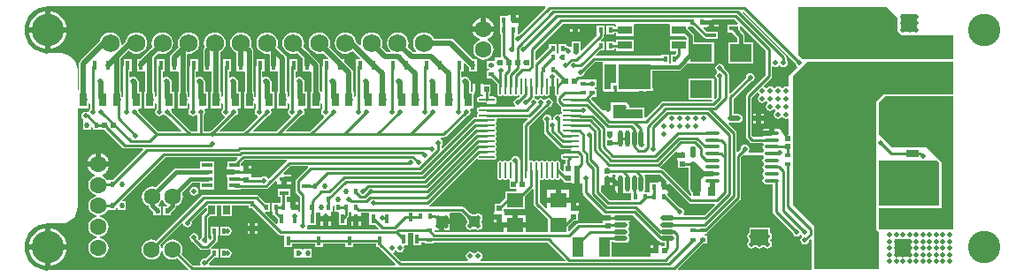
<source format=gbl>
G04 Layer_Physical_Order=4*
G04 Layer_Color=16711680*
%FSAX25Y25*%
%MOIN*%
G70*
G01*
G75*
%ADD11R,0.02165X0.01772*%
%ADD12R,0.01772X0.02165*%
%ADD13R,0.02047X0.01969*%
%ADD15R,0.01969X0.02047*%
%ADD16R,0.01772X0.03347*%
%ADD20R,0.01969X0.01772*%
%ADD28R,0.02756X0.05118*%
%ADD47C,0.01000*%
%ADD48C,0.02000*%
%ADD49C,0.12205*%
%ADD50C,0.06300*%
%ADD51C,0.07874*%
%ADD52C,0.06890*%
%ADD53C,0.02000*%
%ADD61R,0.03347X0.01772*%
%ADD62R,0.05984X0.06614*%
%ADD63R,0.04331X0.07480*%
%ADD64O,0.05315X0.01772*%
%ADD65R,0.06300X0.05500*%
%ADD66R,0.05512X0.03150*%
%ADD67R,0.07874X0.04331*%
%ADD68R,0.02756X0.03543*%
%ADD69R,0.06614X0.05984*%
%ADD70O,0.05800X0.01400*%
%ADD71O,0.06102X0.00984*%
%ADD72O,0.00984X0.06102*%
%ADD73R,0.03937X0.01772*%
%ADD74R,0.03937X0.04331*%
%ADD75R,0.06693X0.04331*%
%ADD76R,0.05118X0.02756*%
%ADD77R,0.03347X0.04331*%
%ADD78R,0.01772X0.01969*%
%ADD79R,0.01181X0.01772*%
%ADD80R,0.06299X0.03937*%
%ADD81O,0.01772X0.06299*%
%ADD82R,0.08268X0.06693*%
%ADD83C,0.01500*%
G36*
X0831638Y0617500D02*
X0865000Y0617500D01*
X0865000Y0605217D01*
X0838717Y0605217D01*
X0836000Y0602500D01*
X0836000Y0601500D01*
Y0563000D01*
X0836000Y0554000D01*
X0837000Y0553000D01*
X0837000Y0539000D01*
X0812500Y0539000D01*
X0812500Y0555500D01*
X0804500Y0563500D01*
X0804500Y0612000D01*
X0810000Y0617500D01*
X0831638Y0617500D01*
D02*
G37*
G36*
X0714752Y0608193D02*
X0714760Y0608152D01*
Y0605634D01*
X0714845Y0605208D01*
X0714906Y0605117D01*
Y0604507D01*
X0714981Y0604558D01*
X0715395Y0604640D01*
X0715448Y0604605D01*
X0715665Y0604052D01*
X0715621Y0603833D01*
X0715621Y0603833D01*
Y0602514D01*
X0715621Y0602514D01*
X0715706Y0602084D01*
X0715950Y0601721D01*
X0717254Y0600416D01*
X0717262Y0600407D01*
X0717280Y0600383D01*
X0717364Y0599749D01*
X0717306Y0599662D01*
X0717221Y0599236D01*
X0717306Y0598810D01*
X0717547Y0598449D01*
Y0598055D01*
X0717306Y0597694D01*
X0717299Y0597658D01*
X0716743Y0597428D01*
X0716624Y0597507D01*
X0716499Y0597532D01*
X0716429Y0597579D01*
X0716000Y0597664D01*
X0715571Y0597579D01*
X0715501Y0597532D01*
X0715376Y0597507D01*
X0714847Y0597154D01*
X0714493Y0596624D01*
X0714369Y0596000D01*
X0714389Y0595899D01*
X0714011Y0595400D01*
X0713622Y0595830D01*
X0713631Y0595876D01*
X0713507Y0596501D01*
X0713154Y0597030D01*
X0712624Y0597384D01*
X0712000Y0597508D01*
X0711376Y0597384D01*
X0710847Y0597030D01*
X0710493Y0596501D01*
X0710369Y0595876D01*
X0710493Y0595252D01*
X0710778Y0594825D01*
Y0591020D01*
X0710778Y0591020D01*
X0710864Y0590591D01*
X0711107Y0590227D01*
X0716670Y0584664D01*
X0716670Y0584663D01*
X0717034Y0584420D01*
X0717034Y0584420D01*
X0717463Y0584335D01*
X0717463Y0584335D01*
X0720894D01*
X0720894Y0584335D01*
Y0582641D01*
X0720894Y0582641D01*
X0720854Y0582633D01*
X0718335D01*
X0717909Y0582549D01*
X0717818Y0582488D01*
X0717208D01*
X0717259Y0582412D01*
X0717341Y0581999D01*
X0717306Y0581946D01*
X0717221Y0581520D01*
X0717306Y0581094D01*
X0717547Y0580732D01*
X0717909Y0580491D01*
X0718335Y0580406D01*
X0718764D01*
Y0578624D01*
X0718302D01*
Y0577237D01*
X0718255Y0577000D01*
X0718302Y0576763D01*
Y0576312D01*
X0717840Y0576121D01*
X0716988Y0576972D01*
Y0579059D01*
X0716903Y0579485D01*
X0716662Y0579846D01*
X0716300Y0580088D01*
X0715874Y0580172D01*
X0715448Y0580088D01*
X0715087Y0579846D01*
X0714693D01*
X0714332Y0580088D01*
X0713906Y0580172D01*
X0713480Y0580088D01*
X0713118Y0579846D01*
X0712724D01*
X0712363Y0580088D01*
X0711937Y0580172D01*
X0711511Y0580088D01*
X0711150Y0579846D01*
X0710756D01*
X0710395Y0580088D01*
X0709969Y0580172D01*
X0709543Y0580088D01*
X0709181Y0579846D01*
X0708787D01*
X0708426Y0580088D01*
X0708000Y0580172D01*
X0707574Y0580088D01*
X0707213Y0579846D01*
X0706819D01*
X0706458Y0580088D01*
X0706032Y0580172D01*
X0705685Y0580103D01*
X0705422Y0580227D01*
X0705185Y0580408D01*
Y0593029D01*
X0712531Y0600375D01*
X0713124Y0600493D01*
X0713654Y0600846D01*
X0714007Y0601376D01*
X0714131Y0602000D01*
X0714007Y0602624D01*
X0713654Y0603154D01*
X0713124Y0603507D01*
X0712500Y0603631D01*
X0711876Y0603507D01*
X0711352Y0603157D01*
X0711234Y0603084D01*
X0710866D01*
X0710748Y0603157D01*
X0710224Y0603507D01*
X0709600Y0603631D01*
X0708976Y0603507D01*
X0708447Y0603154D01*
X0708153D01*
X0707624Y0603507D01*
X0707077Y0603616D01*
X0707153Y0604001D01*
Y0604285D01*
X0707390Y0604465D01*
X0707653Y0604589D01*
X0708000Y0604520D01*
X0708426Y0604605D01*
X0708787Y0604846D01*
X0709181D01*
X0709543Y0604605D01*
X0709969Y0604520D01*
X0710395Y0604605D01*
X0710756Y0604846D01*
X0711150D01*
X0711511Y0604605D01*
X0711937Y0604520D01*
X0712363Y0604605D01*
X0712416Y0604640D01*
X0712830Y0604558D01*
X0712906Y0604507D01*
Y0605117D01*
X0712966Y0605208D01*
X0713051Y0605634D01*
Y0608193D01*
X0714752D01*
X0714752Y0608193D01*
D02*
G37*
G36*
X0539878Y0601592D02*
Y0599675D01*
X0539847Y0599653D01*
X0539493Y0599124D01*
X0539401Y0598663D01*
X0539009Y0598434D01*
X0538880Y0598410D01*
X0538735Y0598507D01*
X0538110Y0598631D01*
X0537486Y0598507D01*
X0536957Y0598153D01*
X0536603Y0597624D01*
X0536479Y0597000D01*
X0536603Y0596376D01*
X0536957Y0595846D01*
X0537218Y0595672D01*
X0537243Y0595183D01*
X0537243Y0595183D01*
Y0594156D01*
X0537221Y0594124D01*
X0537097Y0593500D01*
X0537221Y0592876D01*
X0537243Y0592844D01*
Y0591817D01*
X0540214D01*
Y0592643D01*
X0540286Y0592725D01*
X0540786Y0592538D01*
Y0591817D01*
X0543757D01*
Y0591817D01*
X0543802Y0591876D01*
X0545090D01*
X0545093Y0591872D01*
X0551958Y0585007D01*
X0552321Y0584764D01*
X0552751Y0584678D01*
X0552751Y0584678D01*
X0559667D01*
X0559859Y0584216D01*
X0548325Y0572683D01*
X0546742D01*
Y0572683D01*
X0546276Y0572764D01*
X0546276Y0572765D01*
X0545675Y0573549D01*
X0544891Y0574150D01*
X0544470Y0574324D01*
Y0574865D01*
X0545093Y0575123D01*
X0545960Y0575788D01*
X0546625Y0576655D01*
X0547043Y0577665D01*
X0547054Y0577748D01*
X0543000D01*
X0538946D01*
X0538957Y0577665D01*
X0539375Y0576655D01*
X0540040Y0575788D01*
X0540907Y0575123D01*
X0541530Y0574865D01*
Y0574324D01*
X0541109Y0574150D01*
X0540325Y0573549D01*
X0539724Y0572765D01*
X0539347Y0571853D01*
X0539218Y0570874D01*
X0539347Y0569895D01*
X0539724Y0568983D01*
X0540325Y0568199D01*
X0541109Y0567598D01*
X0542021Y0567220D01*
X0542259Y0567189D01*
Y0566685D01*
X0542021Y0566653D01*
X0541109Y0566276D01*
X0540325Y0565674D01*
X0539724Y0564891D01*
X0539347Y0563979D01*
X0539218Y0563000D01*
X0539347Y0562021D01*
X0539724Y0561109D01*
X0540325Y0560325D01*
X0541109Y0559724D01*
X0542021Y0559346D01*
X0542358Y0559302D01*
Y0558798D01*
X0542021Y0558753D01*
X0541109Y0558376D01*
X0540325Y0557774D01*
X0539724Y0556991D01*
X0539347Y0556079D01*
X0539218Y0555100D01*
X0539347Y0554121D01*
X0539724Y0553209D01*
X0540325Y0552425D01*
X0541109Y0551824D01*
X0542021Y0551446D01*
X0542358Y0551402D01*
Y0550898D01*
X0542021Y0550853D01*
X0541109Y0550476D01*
X0540325Y0549874D01*
X0539724Y0549091D01*
X0539347Y0548179D01*
X0539218Y0547200D01*
X0539347Y0546221D01*
X0539724Y0545309D01*
X0540325Y0544525D01*
X0541109Y0543924D01*
X0542021Y0543546D01*
X0543000Y0543418D01*
X0543979Y0543546D01*
X0544891Y0543924D01*
X0545675Y0544525D01*
X0546276Y0545309D01*
X0546654Y0546221D01*
X0546782Y0547200D01*
X0546654Y0548179D01*
X0546276Y0549091D01*
X0545675Y0549874D01*
X0544891Y0550476D01*
X0543979Y0550853D01*
X0543642Y0550898D01*
Y0551402D01*
X0543979Y0551446D01*
X0544891Y0551824D01*
X0545675Y0552425D01*
X0546276Y0553209D01*
X0546654Y0554121D01*
X0546782Y0555100D01*
X0546654Y0556079D01*
X0546276Y0556991D01*
X0545675Y0557774D01*
X0544891Y0558376D01*
X0543979Y0558753D01*
X0543642Y0558798D01*
Y0559302D01*
X0543979Y0559346D01*
X0544891Y0559724D01*
X0545675Y0560325D01*
X0546276Y0561109D01*
X0546302Y0561173D01*
X0546742Y0561317D01*
Y0561317D01*
X0549714D01*
Y0562038D01*
X0550214Y0562225D01*
X0550286Y0562143D01*
Y0561317D01*
X0553258D01*
Y0562344D01*
X0553279Y0562376D01*
X0553403Y0563000D01*
X0553279Y0563624D01*
X0553258Y0563656D01*
Y0564683D01*
X0552150D01*
X0551959Y0565145D01*
X0568193Y0581378D01*
X0595139D01*
X0595330Y0580917D01*
X0594238Y0579824D01*
X0591550D01*
Y0577665D01*
X0591150D01*
Y0576780D01*
X0594118D01*
Y0574780D01*
X0591150D01*
Y0573894D01*
X0591550D01*
Y0569176D01*
X0596687D01*
Y0569343D01*
X0606153D01*
X0606153Y0569343D01*
X0606582Y0569429D01*
X0606946Y0569672D01*
X0608177Y0570902D01*
X0608177Y0570902D01*
X0608208Y0570949D01*
X0609711Y0572452D01*
X0610173Y0572261D01*
Y0571173D01*
X0611846D01*
Y0573059D01*
X0612847D01*
Y0574059D01*
X0615520D01*
Y0574945D01*
X0612857D01*
X0612666Y0575407D01*
X0615337Y0578078D01*
X0621785D01*
X0621992Y0577578D01*
X0617587Y0573173D01*
X0617344Y0572810D01*
X0617259Y0572380D01*
X0617259Y0572380D01*
Y0568620D01*
X0617259Y0568620D01*
X0617344Y0568190D01*
X0617587Y0567827D01*
X0618926Y0566488D01*
Y0560827D01*
X0618157D01*
Y0561500D01*
X0616272D01*
Y0562500D01*
X0615272D01*
Y0564583D01*
X0614456D01*
X0614456Y0564583D01*
X0614386D01*
X0614350Y0564523D01*
X0613850Y0564662D01*
Y0566455D01*
X0615120D01*
Y0569427D01*
X0610573D01*
Y0566455D01*
X0611607D01*
Y0564183D01*
X0608286D01*
Y0560817D01*
X0608650D01*
Y0560323D01*
X0608650Y0560323D01*
X0608736Y0559894D01*
X0608979Y0559530D01*
X0610455Y0558053D01*
Y0556338D01*
X0609955Y0556131D01*
X0605731Y0560355D01*
X0605922Y0560817D01*
X0607714D01*
Y0564183D01*
X0605903D01*
X0603293Y0566793D01*
X0602929Y0567036D01*
X0602500Y0567122D01*
X0602500Y0567122D01*
X0582500D01*
X0582500Y0567122D01*
X0582071Y0567036D01*
X0581707Y0566793D01*
X0581707Y0566793D01*
X0564767Y0549853D01*
X0564042Y0550153D01*
X0563063Y0550282D01*
X0562084Y0550153D01*
X0561172Y0549776D01*
X0560389Y0549174D01*
X0559787Y0548391D01*
X0559410Y0547479D01*
X0559281Y0546500D01*
X0559410Y0545521D01*
X0559787Y0544609D01*
X0560389Y0543825D01*
X0561172Y0543224D01*
X0562084Y0542846D01*
X0563063Y0542718D01*
X0564042Y0542846D01*
X0564954Y0543224D01*
X0565737Y0543825D01*
X0566339Y0544609D01*
X0566716Y0545521D01*
X0566748Y0545759D01*
X0567252D01*
X0567283Y0545521D01*
X0567661Y0544609D01*
X0568262Y0543825D01*
X0569046Y0543224D01*
X0569958Y0542846D01*
X0570937Y0542718D01*
X0571916Y0542846D01*
X0572730Y0543184D01*
X0576830Y0539083D01*
X0576639Y0538622D01*
X0524000D01*
X0523952Y0538612D01*
X0522265Y0538778D01*
X0520597Y0539284D01*
X0519059Y0540106D01*
X0517712Y0541212D01*
X0516606Y0542559D01*
X0515784Y0544097D01*
X0515278Y0545765D01*
X0515107Y0547500D01*
X0515278Y0549235D01*
X0515784Y0550903D01*
X0516606Y0552441D01*
X0517712Y0553788D01*
X0519059Y0554894D01*
X0520597Y0555716D01*
X0522265Y0556222D01*
X0523952Y0556388D01*
X0524000Y0556378D01*
X0529000D01*
X0529000Y0556378D01*
Y0556370D01*
X0530196Y0556488D01*
X0531346Y0556837D01*
X0532405Y0557404D01*
X0533334Y0558166D01*
X0534096Y0559095D01*
X0534663Y0560154D01*
X0535012Y0561304D01*
X0535129Y0562500D01*
X0535122Y0562500D01*
Y0599407D01*
X0535282Y0599841D01*
X0539238D01*
Y0601703D01*
X0539378Y0601823D01*
X0539878Y0601592D01*
D02*
G37*
G36*
X0751000Y0616500D02*
Y0607000D01*
X0739000D01*
Y0616500D01*
X0751000Y0616500D01*
D02*
G37*
G36*
X0844000Y0634000D02*
X0844000Y0629000D01*
X0845500Y0627500D01*
X0865000Y0627500D01*
X0865000Y0618500D01*
X0834370Y0618500D01*
X0808000Y0618500D01*
X0806500Y0620000D01*
X0806500Y0638000D01*
X0840000Y0638000D01*
X0844000Y0634000D01*
D02*
G37*
G36*
X0805376Y0617038D02*
X0805369Y0617000D01*
X0805493Y0616376D01*
X0805847Y0615846D01*
X0806022Y0615729D01*
X0806085Y0615085D01*
X0803000Y0612000D01*
Y0608312D01*
X0802500Y0608032D01*
X0802000Y0608131D01*
X0801376Y0608007D01*
X0800846Y0607654D01*
X0800750Y0607509D01*
X0800250D01*
X0800154Y0607654D01*
X0799624Y0608007D01*
X0799000Y0608131D01*
X0798376Y0608007D01*
X0797847Y0607654D01*
X0797750Y0607509D01*
X0797250D01*
X0797154Y0607654D01*
X0796624Y0608007D01*
X0796000Y0608131D01*
X0795376Y0608007D01*
X0794846Y0607654D01*
X0794750Y0607509D01*
X0794250D01*
X0794153Y0607654D01*
X0793730Y0607937D01*
X0793574Y0608488D01*
X0796293Y0611207D01*
X0796293Y0611207D01*
X0796536Y0611571D01*
X0796622Y0612000D01*
Y0615395D01*
X0797122Y0615663D01*
X0797376Y0615493D01*
X0798000Y0615369D01*
X0798624Y0615493D01*
X0799154Y0615846D01*
X0799250Y0615991D01*
X0799750D01*
X0799847Y0615846D01*
X0800376Y0615493D01*
X0801000Y0615369D01*
X0801624Y0615493D01*
X0802153Y0615846D01*
X0802507Y0616376D01*
X0802631Y0617000D01*
X0802507Y0617624D01*
X0802153Y0618153D01*
X0802122Y0618175D01*
Y0619000D01*
X0802036Y0619429D01*
X0801793Y0619793D01*
X0801793Y0619793D01*
X0785630Y0635957D01*
X0785794Y0636499D01*
X0785895Y0636519D01*
X0805376Y0617038D01*
D02*
G37*
G36*
X0738000Y0609500D02*
X0736000D01*
Y0607000D01*
X0733500D01*
Y0616500D01*
X0738000D01*
Y0609500D01*
D02*
G37*
G36*
X0704668Y0595684D02*
X0703270Y0594286D01*
X0703027Y0593922D01*
X0702941Y0593493D01*
X0702941Y0593493D01*
Y0580843D01*
X0702441Y0580511D01*
X0702095Y0580580D01*
X0701567Y0580476D01*
X0701502Y0580805D01*
X0701148Y0581334D01*
X0700619Y0581688D01*
X0699995Y0581812D01*
X0699370Y0581688D01*
X0698841Y0581334D01*
X0698487Y0580805D01*
X0698363Y0580181D01*
X0698214Y0580161D01*
X0698158Y0580172D01*
X0697731Y0580088D01*
X0697370Y0579846D01*
X0696977D01*
X0696615Y0580088D01*
X0696189Y0580172D01*
X0695763Y0580088D01*
X0695402Y0579846D01*
X0695008D01*
X0694647Y0580088D01*
X0694221Y0580172D01*
X0693794Y0580088D01*
X0693433Y0579846D01*
X0693192Y0579485D01*
X0693107Y0579059D01*
Y0573941D01*
X0693192Y0573515D01*
X0693433Y0573153D01*
X0693794Y0572912D01*
X0694221Y0572827D01*
X0694647Y0572912D01*
X0695008Y0573153D01*
X0695402D01*
X0695763Y0572912D01*
X0696189Y0572827D01*
X0696615Y0572912D01*
X0696977Y0573153D01*
X0697370D01*
X0697563Y0573025D01*
X0697802Y0572624D01*
X0697802Y0572529D01*
Y0571188D01*
X0697764Y0571000D01*
X0697802Y0570812D01*
Y0569376D01*
X0700276D01*
X0700452Y0569201D01*
X0700504Y0569028D01*
X0700180Y0568600D01*
X0696100D01*
Y0565800D01*
X0693998Y0563698D01*
X0692376D01*
Y0560870D01*
X0691976D01*
Y0559886D01*
X0694000D01*
Y0558886D01*
X0695000D01*
Y0556902D01*
X0695700D01*
Y0556750D01*
X0698850D01*
Y0559500D01*
X0696024D01*
Y0560870D01*
X0695624D01*
Y0561843D01*
X0696100Y0561900D01*
Y0561900D01*
X0703600D01*
Y0566514D01*
X0706378Y0569292D01*
X0706878Y0569085D01*
Y0563900D01*
X0706878Y0563900D01*
X0706964Y0563471D01*
X0707207Y0563107D01*
X0712400Y0557914D01*
Y0553022D01*
X0704000D01*
Y0554750D01*
X0695700D01*
Y0553022D01*
X0669863D01*
X0669552Y0553404D01*
X0669730Y0553835D01*
X0671398D01*
Y0557000D01*
X0672398D01*
Y0558000D01*
X0675366D01*
Y0560165D01*
X0675778Y0560378D01*
X0679535D01*
X0681376Y0558538D01*
X0681369Y0558500D01*
X0681493Y0557876D01*
X0681847Y0557346D01*
X0682001Y0557243D01*
Y0556757D01*
X0681847Y0556653D01*
X0681493Y0556124D01*
X0681369Y0555500D01*
X0681493Y0554876D01*
X0681847Y0554347D01*
X0682376Y0553993D01*
X0683000Y0553869D01*
X0683624Y0553993D01*
X0683986Y0554235D01*
X0685014D01*
X0685376Y0553993D01*
X0686000Y0553869D01*
X0686624Y0553993D01*
X0686986Y0554235D01*
X0687171D01*
Y0554372D01*
X0687507Y0554876D01*
X0687631Y0555500D01*
X0687507Y0556124D01*
X0687171Y0556628D01*
Y0557372D01*
X0687507Y0557876D01*
X0687631Y0558500D01*
X0687507Y0559124D01*
X0687171Y0559628D01*
Y0559765D01*
X0686986D01*
X0686624Y0560007D01*
X0686000Y0560131D01*
X0685376Y0560007D01*
X0685014Y0559765D01*
X0683986D01*
X0683624Y0560007D01*
X0683000Y0560131D01*
X0682962Y0560124D01*
X0680793Y0562293D01*
X0680429Y0562536D01*
X0680000Y0562622D01*
X0680000Y0562622D01*
X0667688D01*
X0667536Y0563122D01*
X0667664Y0563207D01*
X0685227Y0580771D01*
X0685854Y0580732D01*
X0686216Y0580491D01*
X0686642Y0580406D01*
X0691760D01*
X0692186Y0580491D01*
X0692547Y0580732D01*
X0692789Y0581094D01*
X0692873Y0581520D01*
X0692789Y0581946D01*
X0692547Y0582307D01*
Y0582701D01*
X0692789Y0583062D01*
X0692873Y0583488D01*
X0692789Y0583914D01*
X0692547Y0584275D01*
Y0584669D01*
X0692789Y0585031D01*
X0692873Y0585457D01*
X0692789Y0585883D01*
X0692643Y0586100D01*
X0692583Y0586441D01*
X0692643Y0586781D01*
X0692789Y0586999D01*
X0692873Y0587425D01*
X0692789Y0587851D01*
X0692547Y0588212D01*
Y0588606D01*
X0692789Y0588968D01*
X0692873Y0589394D01*
X0692789Y0589820D01*
X0692547Y0590181D01*
Y0590575D01*
X0692789Y0590936D01*
X0692873Y0591362D01*
X0692789Y0591788D01*
X0692643Y0592006D01*
X0692583Y0592346D01*
X0692643Y0592687D01*
X0692789Y0592905D01*
X0692873Y0593331D01*
X0692789Y0593757D01*
X0692547Y0594118D01*
Y0594512D01*
X0692789Y0594873D01*
X0692873Y0595299D01*
X0692804Y0595646D01*
X0692930Y0595911D01*
X0693109Y0596146D01*
X0704476D01*
X0704668Y0595684D01*
D02*
G37*
G36*
X0724114Y0571476D02*
X0725098D01*
X0725378Y0571092D01*
Y0567975D01*
X0725378Y0567975D01*
X0725464Y0567545D01*
X0725707Y0567181D01*
X0732976Y0559912D01*
Y0559614D01*
X0733588D01*
X0733776Y0559577D01*
X0735000D01*
Y0557614D01*
X0732976D01*
Y0556630D01*
X0732527Y0556507D01*
X0723886D01*
X0723886Y0556507D01*
X0723457Y0556422D01*
X0723093Y0556179D01*
X0723093Y0556179D01*
X0720400Y0553486D01*
X0719900Y0553693D01*
Y0555200D01*
X0722002Y0557302D01*
X0723624D01*
Y0560130D01*
X0724024D01*
Y0561114D01*
X0722000D01*
Y0562114D01*
X0721000D01*
Y0564098D01*
X0720300D01*
Y0564250D01*
X0712000D01*
Y0562193D01*
X0711500Y0561986D01*
X0709122Y0564365D01*
Y0572592D01*
X0709359Y0572773D01*
X0709622Y0572896D01*
X0709969Y0572827D01*
X0710395Y0572912D01*
X0710756Y0573153D01*
X0711150D01*
X0711511Y0572912D01*
X0711937Y0572827D01*
X0712363Y0572912D01*
X0712724Y0573153D01*
X0713118D01*
X0713480Y0572912D01*
X0713906Y0572827D01*
X0714332Y0572912D01*
X0714693Y0573153D01*
X0715087D01*
X0715448Y0572912D01*
X0715874Y0572827D01*
X0716300Y0572912D01*
X0716662Y0573153D01*
X0716768Y0573313D01*
X0717357Y0573431D01*
X0718081Y0572707D01*
X0718302Y0572559D01*
Y0571876D01*
X0719847D01*
X0719886Y0571869D01*
X0719925Y0571876D01*
X0721130D01*
Y0571476D01*
X0722114D01*
Y0573500D01*
X0724114D01*
Y0571476D01*
D02*
G37*
G36*
X0614062Y0580041D02*
X0614065Y0579978D01*
X0607264Y0573177D01*
X0606702Y0573322D01*
X0606437Y0573719D01*
X0605908Y0574072D01*
X0605283Y0574196D01*
X0604659Y0574072D01*
X0604130Y0573719D01*
X0604109Y0573687D01*
X0600660D01*
X0600524Y0574130D01*
X0600524D01*
Y0575114D01*
X0598500D01*
Y0576114D01*
X0597500D01*
Y0578098D01*
X0596687D01*
Y0579101D01*
X0598065Y0580478D01*
X0613906D01*
X0614062Y0580041D01*
D02*
G37*
G36*
X0791563Y0605770D02*
X0791847Y0605346D01*
X0791991Y0605250D01*
Y0604750D01*
X0791847Y0604654D01*
X0791493Y0604124D01*
X0791369Y0603500D01*
X0791493Y0602876D01*
X0791847Y0602347D01*
X0792376Y0601993D01*
X0793000Y0601869D01*
X0793624Y0601993D01*
X0794153Y0602347D01*
X0794250Y0602491D01*
X0794750D01*
X0794846Y0602347D01*
X0794991Y0602250D01*
Y0601750D01*
X0794846Y0601653D01*
X0794493Y0601124D01*
X0794369Y0600500D01*
X0794493Y0599876D01*
X0794846Y0599346D01*
X0795376Y0598993D01*
X0796000Y0598869D01*
X0796624Y0598993D01*
X0797154Y0599346D01*
X0797250Y0599491D01*
X0797750D01*
X0797847Y0599346D01*
X0797991Y0599250D01*
Y0598750D01*
X0797847Y0598654D01*
X0797493Y0598124D01*
X0797369Y0597500D01*
X0797493Y0596876D01*
X0797847Y0596347D01*
X0798376Y0595993D01*
X0799000Y0595869D01*
X0799624Y0595993D01*
X0800154Y0596347D01*
X0800250Y0596491D01*
X0800750D01*
X0800846Y0596347D01*
X0801376Y0595993D01*
X0802000Y0595869D01*
X0802500Y0595968D01*
X0803000Y0595688D01*
Y0590598D01*
X0800505D01*
X0800401Y0591120D01*
X0800026Y0591682D01*
X0799463Y0592058D01*
X0798800Y0592190D01*
X0797600D01*
Y0590457D01*
X0796600D01*
Y0589457D01*
X0792946D01*
X0792713Y0589022D01*
X0789595D01*
X0789022Y0589595D01*
Y0603935D01*
X0791012Y0605926D01*
X0791563Y0605770D01*
D02*
G37*
G36*
X0583766Y0562027D02*
Y0561108D01*
X0582307Y0559649D01*
X0582064Y0559285D01*
X0581978Y0558856D01*
X0581978Y0558856D01*
Y0551242D01*
X0581847Y0551154D01*
X0581493Y0550624D01*
X0581444Y0550379D01*
X0580902Y0550215D01*
X0580546Y0550570D01*
X0580631Y0551000D01*
X0580507Y0551624D01*
X0580154Y0552153D01*
X0579624Y0552507D01*
X0579000Y0552631D01*
X0578376Y0552507D01*
X0577846Y0552153D01*
X0577493Y0551624D01*
X0577369Y0551000D01*
X0577493Y0550376D01*
X0577846Y0549847D01*
X0578376Y0549493D01*
X0578470Y0549474D01*
X0581237Y0546707D01*
X0581237Y0546707D01*
X0581601Y0546464D01*
X0582030Y0546378D01*
X0583970D01*
X0583970Y0546378D01*
X0584399Y0546464D01*
X0584748Y0546697D01*
X0584812Y0546684D01*
X0585242Y0546479D01*
Y0545100D01*
X0583228Y0543086D01*
X0583000Y0543131D01*
X0582376Y0543007D01*
X0581847Y0542654D01*
X0581493Y0542124D01*
X0581369Y0541500D01*
X0581464Y0541022D01*
X0581174Y0540522D01*
X0578565D01*
X0574290Y0544796D01*
X0574590Y0545521D01*
X0574719Y0546500D01*
X0574590Y0547479D01*
X0574213Y0548391D01*
X0573611Y0549174D01*
X0572828Y0549776D01*
X0571916Y0550153D01*
X0570937Y0550282D01*
X0569958Y0550153D01*
X0569046Y0549776D01*
X0568262Y0549174D01*
X0567661Y0548391D01*
X0567283Y0547479D01*
X0567252Y0547241D01*
X0566748D01*
X0566716Y0547479D01*
X0566379Y0548293D01*
X0574397Y0556310D01*
X0574939Y0556146D01*
X0574993Y0555876D01*
X0575347Y0555346D01*
X0575876Y0554993D01*
X0576500Y0554869D01*
X0577124Y0554993D01*
X0577654Y0555346D01*
X0578007Y0555876D01*
X0578131Y0556500D01*
X0578041Y0556955D01*
X0583304Y0562218D01*
X0583766Y0562027D01*
D02*
G37*
G36*
X0768000Y0585000D02*
Y0581500D01*
X0766000D01*
Y0585000D01*
X0766500Y0585500D01*
X0767500D01*
X0768000Y0585000D01*
D02*
G37*
G36*
X0741500Y0599500D02*
X0748000Y0599500D01*
X0748000Y0596000D01*
X0737000Y0596000D01*
X0737000Y0601000D01*
X0741500D01*
Y0599500D01*
D02*
G37*
G36*
X0784000Y0595000D02*
X0781000D01*
Y0597000D01*
X0784000D01*
Y0595000D01*
D02*
G37*
G36*
X0793463Y0581842D02*
X0793525Y0581801D01*
Y0581199D01*
X0793463Y0581158D01*
X0793175Y0580728D01*
X0793075Y0580221D01*
X0793175Y0579713D01*
X0793463Y0579283D01*
X0793525Y0579242D01*
Y0578640D01*
X0793463Y0578599D01*
X0793175Y0578169D01*
X0793075Y0577661D01*
X0793175Y0577154D01*
X0793463Y0576724D01*
X0793525Y0576683D01*
Y0576081D01*
X0793463Y0576040D01*
X0793175Y0575610D01*
X0793075Y0575102D01*
X0793175Y0574595D01*
X0793463Y0574165D01*
X0793525Y0574123D01*
Y0573522D01*
X0793463Y0573481D01*
X0793175Y0573051D01*
X0793075Y0572543D01*
X0793175Y0572036D01*
X0793463Y0571606D01*
X0793893Y0571319D01*
X0794400Y0571218D01*
X0796978D01*
Y0571000D01*
X0797000D01*
X0797000Y0561500D01*
X0796978D01*
Y0560900D01*
X0796978Y0560900D01*
X0797064Y0560471D01*
X0797307Y0560107D01*
X0804376Y0553038D01*
X0804369Y0553000D01*
X0804493Y0552376D01*
X0804846Y0551847D01*
X0805376Y0551493D01*
X0806000Y0551369D01*
X0806624Y0551493D01*
X0807154Y0551847D01*
X0807250Y0551991D01*
X0807750D01*
X0807847Y0551847D01*
X0807991Y0551750D01*
Y0551250D01*
X0807847Y0551154D01*
X0807493Y0550624D01*
X0807369Y0550000D01*
X0807493Y0549376D01*
X0807847Y0548846D01*
X0808376Y0548493D01*
X0809000Y0548369D01*
X0809624Y0548493D01*
X0810153Y0548846D01*
X0810507Y0549376D01*
X0810631Y0550000D01*
X0810624Y0550038D01*
X0811038Y0550452D01*
X0811500Y0550261D01*
X0811500Y0538622D01*
X0761330D01*
X0761138Y0539083D01*
X0770689Y0548635D01*
X0771124Y0548721D01*
X0771156Y0548742D01*
X0772183D01*
Y0551714D01*
X0771357D01*
X0771275Y0551786D01*
X0771462Y0552286D01*
X0772183D01*
Y0552865D01*
X0772353Y0552979D01*
X0784593Y0565219D01*
X0784593Y0565219D01*
X0784836Y0565583D01*
X0784922Y0566012D01*
X0784922Y0566012D01*
Y0581335D01*
X0785586Y0582000D01*
X0793357D01*
X0793463Y0581842D01*
D02*
G37*
G36*
X0758330Y0631529D02*
Y0627179D01*
X0763874D01*
X0764623Y0626430D01*
Y0625820D01*
X0758330D01*
Y0621471D01*
X0760615D01*
Y0620657D01*
X0760140Y0620183D01*
X0758557D01*
Y0616876D01*
X0757986D01*
Y0620183D01*
X0755014D01*
Y0619622D01*
X0730589D01*
X0730398Y0620084D01*
X0732132Y0621817D01*
X0733714D01*
Y0625183D01*
X0732392D01*
X0732201Y0625645D01*
X0733021Y0626465D01*
X0733021Y0626465D01*
X0733264Y0626829D01*
X0733350Y0627258D01*
X0733350Y0627259D01*
Y0627817D01*
X0733714D01*
Y0631183D01*
X0730743D01*
Y0627817D01*
X0730743D01*
X0730713Y0627329D01*
X0725111Y0621728D01*
X0724649Y0621919D01*
X0724649Y0624500D01*
X0724459Y0624959D01*
X0724000Y0625149D01*
X0721833D01*
X0721374Y0624959D01*
X0721184Y0624500D01*
Y0623235D01*
X0720739Y0622996D01*
X0720541Y0623024D01*
X0720000Y0623131D01*
X0719962Y0623124D01*
X0719793Y0623293D01*
X0719429Y0623536D01*
X0719257Y0623570D01*
Y0624183D01*
X0716286D01*
Y0621183D01*
X0716286Y0620817D01*
X0716286D01*
Y0620683D01*
X0716143Y0620439D01*
X0715714Y0620655D01*
Y0620683D01*
X0715714Y0620683D01*
Y0620817D01*
X0715714D01*
X0715714Y0621183D01*
Y0624183D01*
X0712743D01*
Y0622868D01*
X0707880Y0618006D01*
X0707418Y0618197D01*
Y0621532D01*
X0717765Y0631878D01*
X0720614D01*
Y0631626D01*
X0724386D01*
Y0631878D01*
X0737503D01*
X0737858Y0631529D01*
X0737858Y0631378D01*
Y0630622D01*
X0737257D01*
Y0631183D01*
X0734286D01*
Y0627817D01*
X0737257D01*
Y0628378D01*
X0737858D01*
Y0627179D01*
X0744570D01*
Y0631378D01*
X0744570Y0631529D01*
X0744925Y0631878D01*
X0757975D01*
X0758330Y0631529D01*
D02*
G37*
G36*
X0760976Y0583520D02*
Y0583114D01*
X0763000D01*
Y0581114D01*
X0760976D01*
Y0580130D01*
X0761376D01*
Y0577302D01*
X0764624D01*
Y0577607D01*
X0765317D01*
Y0577243D01*
X0765351D01*
Y0570000D01*
X0765369Y0569956D01*
Y0569350D01*
X0765493Y0568726D01*
X0765846Y0568197D01*
X0766266Y0567777D01*
Y0566973D01*
X0765804Y0566782D01*
X0755732Y0576854D01*
X0755369Y0577097D01*
X0754939Y0577182D01*
X0754939Y0577182D01*
X0754521D01*
X0754369Y0577682D01*
X0754556Y0577807D01*
X0760476Y0583728D01*
X0760976Y0583520D01*
D02*
G37*
G36*
X0756869Y0572545D02*
X0756772Y0572309D01*
Y0571000D01*
X0757657D01*
Y0571103D01*
X0758119Y0571294D01*
X0765207Y0564207D01*
X0765207Y0564207D01*
X0765571Y0563964D01*
X0766000Y0563878D01*
X0766000Y0563878D01*
X0774902D01*
X0775093Y0563416D01*
X0771137Y0559460D01*
X0763649D01*
X0763382Y0559960D01*
X0763507Y0560147D01*
X0763631Y0560772D01*
X0763507Y0561396D01*
X0763154Y0561925D01*
X0762624Y0562279D01*
X0762000Y0562403D01*
X0761962Y0562395D01*
X0757258Y0567100D01*
Y0567917D01*
X0757657D01*
Y0569000D01*
X0755772D01*
Y0570000D01*
X0754772D01*
Y0572083D01*
X0753886D01*
X0753714Y0571683D01*
X0750742D01*
Y0568317D01*
X0750742D01*
Y0568219D01*
X0750243Y0568183D01*
X0748999D01*
X0748732Y0568683D01*
X0748738Y0568692D01*
X0748853Y0569272D01*
Y0573799D01*
X0748738Y0574379D01*
X0748698Y0574439D01*
X0748965Y0574939D01*
X0754475D01*
X0756869Y0572545D01*
D02*
G37*
G36*
X0865000Y0604500D02*
Y0554000D01*
X0837000D01*
X0837000Y0562000D01*
X0860500Y0562000D01*
Y0579500D01*
X0855000Y0585000D01*
X0842000D01*
X0837000Y0590000D01*
X0837000Y0602000D01*
X0839500Y0604500D01*
X0865000Y0604500D01*
D02*
G37*
G36*
X0858500Y0580000D02*
X0859500Y0579000D01*
X0859500Y0563000D01*
X0837000Y0563000D01*
X0837000Y0580000D01*
X0858500Y0580000D01*
D02*
G37*
G36*
X0661573Y0552620D02*
Y0548073D01*
X0664545D01*
Y0549178D01*
X0665817D01*
Y0548742D01*
X0669183D01*
Y0549178D01*
X0712235D01*
X0718830Y0542584D01*
X0718639Y0542122D01*
X0686969D01*
X0686817Y0542622D01*
X0687153Y0542846D01*
X0687507Y0543376D01*
X0687631Y0544000D01*
X0687507Y0544624D01*
X0687153Y0545154D01*
X0686624Y0545507D01*
X0686000Y0545631D01*
X0685376Y0545507D01*
X0684846Y0545154D01*
X0684750Y0545009D01*
X0684250D01*
X0684154Y0545154D01*
X0683624Y0545507D01*
X0683000Y0545631D01*
X0682376Y0545507D01*
X0681847Y0545154D01*
X0681493Y0544624D01*
X0681369Y0544000D01*
X0681493Y0543376D01*
X0681847Y0542846D01*
X0682183Y0542622D01*
X0682031Y0542122D01*
X0656965D01*
X0654074Y0545012D01*
X0654230Y0545563D01*
X0654654Y0545847D01*
X0654750Y0545991D01*
X0655250D01*
X0655346Y0545847D01*
X0655876Y0545493D01*
X0656500Y0545369D01*
X0657124Y0545493D01*
X0657654Y0545847D01*
X0658007Y0546376D01*
X0658131Y0547000D01*
X0658017Y0547573D01*
X0658046Y0547715D01*
X0658238Y0548073D01*
X0659427D01*
Y0552620D01*
X0659914Y0552650D01*
X0661086D01*
X0661573Y0552620D01*
D02*
G37*
G36*
X0737866Y0574439D02*
X0737739Y0573799D01*
Y0572535D01*
X0739662D01*
Y0571535D01*
X0740661D01*
Y0567672D01*
X0741021Y0567912D01*
X0741194Y0568171D01*
X0741641Y0567872D01*
X0742220Y0567757D01*
X0742800Y0567872D01*
X0743158Y0568111D01*
X0743598Y0567940D01*
X0743658Y0567890D01*
Y0566949D01*
X0743658Y0566949D01*
X0743743Y0566524D01*
Y0565122D01*
X0735465D01*
X0732122Y0568465D01*
Y0570551D01*
X0732476Y0570902D01*
X0733500D01*
Y0572886D01*
X0734500D01*
Y0573886D01*
X0736524D01*
Y0574870D01*
X0736995Y0574939D01*
X0737599D01*
X0737866Y0574439D01*
D02*
G37*
G36*
X0754045Y0549868D02*
X0754045Y0549868D01*
X0754381Y0549644D01*
X0754417Y0549590D01*
X0754908Y0549262D01*
X0755488Y0549147D01*
X0756138D01*
Y0547624D01*
X0754870D01*
Y0548024D01*
X0753886D01*
Y0546000D01*
X0752886D01*
Y0545000D01*
X0750902D01*
Y0543976D01*
X0750507Y0543722D01*
X0736187D01*
Y0547431D01*
X0736200Y0547500D01*
X0736187Y0547569D01*
Y0549540D01*
X0736973D01*
X0737389Y0549262D01*
X0737968Y0549147D01*
X0741512D01*
X0742092Y0549262D01*
X0742583Y0549590D01*
X0742911Y0550082D01*
X0743027Y0550661D01*
X0742911Y0551241D01*
X0742583Y0551733D01*
Y0552149D01*
X0742911Y0552641D01*
X0743027Y0553221D01*
X0742911Y0553800D01*
X0742668Y0554164D01*
X0742616Y0554500D01*
X0742668Y0554836D01*
X0742911Y0555200D01*
X0743027Y0555780D01*
X0742911Y0556359D01*
X0742613Y0556806D01*
X0742871Y0556979D01*
X0743112Y0557339D01*
X0739740D01*
Y0559339D01*
X0743356D01*
X0743483Y0559577D01*
X0744337D01*
X0754045Y0549868D01*
D02*
G37*
G36*
X0771500Y0575500D02*
Y0574500D01*
X0770000Y0573000D01*
Y0568500D01*
X0767500D01*
X0766000Y0570000D01*
Y0577500D01*
X0769500D01*
X0771500Y0575500D01*
D02*
G37*
G36*
X0724000Y0621000D02*
X0723500Y0620500D01*
X0721833Y0620500D01*
Y0624500D01*
X0724000D01*
X0724000Y0621000D01*
D02*
G37*
G36*
X0599514Y0562042D02*
X0600872D01*
X0610707Y0552207D01*
X0610707Y0552207D01*
X0611071Y0551964D01*
X0611500Y0551878D01*
X0613014D01*
Y0547573D01*
X0615986D01*
Y0548725D01*
X0624514D01*
Y0547573D01*
X0627486D01*
Y0548725D01*
X0636014D01*
Y0547573D01*
X0638986D01*
Y0548725D01*
X0647514D01*
Y0547573D01*
X0648341D01*
X0654930Y0540983D01*
X0654739Y0540522D01*
X0584826D01*
X0584536Y0541022D01*
X0584586Y0541271D01*
X0586631Y0543317D01*
X0588214D01*
Y0546682D01*
X0585445D01*
X0585236Y0547180D01*
X0587521Y0549465D01*
X0587521Y0549465D01*
X0587765Y0549829D01*
X0587850Y0550258D01*
Y0551817D01*
X0588214D01*
Y0555183D01*
X0585243D01*
Y0551817D01*
X0585607D01*
Y0550723D01*
X0585098Y0550215D01*
X0584556Y0550379D01*
X0584507Y0550624D01*
X0584222Y0551052D01*
Y0558391D01*
X0584959Y0559128D01*
X0587722D01*
Y0563278D01*
X0589278D01*
Y0559128D01*
X0593234D01*
Y0563278D01*
X0599514D01*
Y0562042D01*
D02*
G37*
G36*
X0631786Y0563071D02*
Y0560817D01*
X0633191D01*
X0633455Y0560427D01*
Y0555880D01*
X0636427D01*
Y0558053D01*
X0637021Y0558648D01*
X0637021Y0558648D01*
X0637264Y0559012D01*
X0637350Y0559441D01*
Y0560453D01*
X0637474Y0560577D01*
X0637673Y0560689D01*
X0638173Y0560452D01*
Y0559154D01*
X0640059D01*
X0641945D01*
Y0560378D01*
X0644955D01*
Y0555880D01*
X0647128D01*
X0648425Y0554584D01*
X0648234Y0554122D01*
X0621685D01*
X0621418Y0554622D01*
X0621555Y0554826D01*
X0621679Y0555451D01*
X0621669Y0555499D01*
X0622103Y0555880D01*
X0624927D01*
Y0560417D01*
X0626673D01*
Y0559154D01*
X0628559D01*
X0630445D01*
Y0560817D01*
X0631214D01*
Y0562672D01*
X0631671Y0563093D01*
X0631786Y0563071D01*
D02*
G37*
G36*
X0524000Y0638378D02*
X0711139D01*
X0711330Y0637917D01*
X0701258Y0627844D01*
X0700786Y0628039D01*
X0700758Y0628093D01*
Y0630917D01*
X0701158D01*
Y0632000D01*
X0699272D01*
Y0633000D01*
X0698272D01*
Y0635083D01*
X0697386D01*
X0697214Y0634683D01*
X0694242D01*
Y0631317D01*
X0694242D01*
Y0631183D01*
X0694242D01*
Y0627817D01*
X0694607D01*
Y0619721D01*
X0694607Y0619721D01*
X0694646Y0619524D01*
X0694316Y0619024D01*
X0692402D01*
Y0617758D01*
X0691656D01*
X0691624Y0617779D01*
X0691000Y0617903D01*
X0690376Y0617779D01*
X0690344Y0617758D01*
X0689317D01*
Y0614786D01*
X0690143D01*
X0690225Y0614714D01*
X0690038Y0614214D01*
X0689317D01*
Y0611242D01*
X0690900D01*
X0693099Y0609043D01*
Y0608193D01*
X0693107Y0608152D01*
Y0605634D01*
X0693192Y0605208D01*
X0693433Y0604846D01*
X0693794Y0604605D01*
X0694221Y0604520D01*
X0694647Y0604605D01*
X0695008Y0604846D01*
X0695402D01*
X0695763Y0604605D01*
X0696189Y0604520D01*
X0696615Y0604605D01*
X0696977Y0604846D01*
X0697370D01*
X0697731Y0604605D01*
X0698158Y0604520D01*
X0698584Y0604605D01*
X0698945Y0604846D01*
X0699339D01*
X0699700Y0604605D01*
X0700126Y0604520D01*
X0700552Y0604605D01*
X0700913Y0604846D01*
X0701307D01*
X0701455Y0604748D01*
X0701568Y0604154D01*
X0701038Y0603624D01*
X0701000Y0603631D01*
X0700376Y0603507D01*
X0699847Y0603154D01*
X0699493Y0602624D01*
X0699369Y0602000D01*
X0699493Y0601376D01*
X0699839Y0600858D01*
X0699826Y0600786D01*
X0699678Y0600358D01*
X0693544D01*
X0693212Y0600858D01*
X0693281Y0601205D01*
X0693165Y0601787D01*
X0692836Y0602280D01*
X0692754Y0602694D01*
X0692789Y0602747D01*
X0692873Y0603173D01*
X0692789Y0603599D01*
X0692547Y0603961D01*
X0692186Y0604202D01*
X0691760Y0604287D01*
X0690322D01*
Y0605376D01*
X0690698D01*
Y0606763D01*
X0690745Y0607000D01*
X0690698Y0607237D01*
Y0608624D01*
X0689153D01*
X0689114Y0608631D01*
X0689075Y0608624D01*
X0687870D01*
Y0609024D01*
X0686886D01*
Y0607000D01*
Y0604976D01*
X0687500D01*
X0687796Y0604476D01*
X0687692Y0604287D01*
X0686642D01*
X0686216Y0604202D01*
X0685854Y0603961D01*
X0685613Y0603599D01*
X0685528Y0603173D01*
X0685613Y0602747D01*
X0685648Y0602694D01*
X0685566Y0602280D01*
X0685515Y0602205D01*
X0686125D01*
X0686216Y0602144D01*
X0686642Y0602059D01*
X0689161D01*
X0689201Y0602051D01*
X0689201Y0602051D01*
Y0600358D01*
X0689201D01*
X0689160Y0600350D01*
X0686642D01*
X0686216Y0600265D01*
X0686125Y0600205D01*
X0685515D01*
X0685566Y0600129D01*
X0685648Y0599715D01*
X0685613Y0599662D01*
X0685528Y0599236D01*
X0685613Y0598810D01*
X0685854Y0598449D01*
Y0598055D01*
X0685613Y0597694D01*
X0685528Y0597268D01*
X0685597Y0596921D01*
X0685472Y0596656D01*
X0685293Y0596421D01*
X0684593D01*
X0684593Y0596421D01*
X0684164Y0596335D01*
X0683800Y0596092D01*
X0683800Y0596092D01*
X0672583Y0584875D01*
X0672122Y0585067D01*
Y0585725D01*
X0672154Y0585746D01*
X0672507Y0586276D01*
X0672631Y0586900D01*
X0672507Y0587524D01*
X0672154Y0588054D01*
X0672058Y0588117D01*
X0671932Y0588797D01*
X0671989Y0588878D01*
X0673000D01*
X0673000Y0588878D01*
X0673429Y0588964D01*
X0673793Y0589207D01*
X0681462Y0596876D01*
X0681500Y0596869D01*
X0682124Y0596993D01*
X0682654Y0597346D01*
X0683007Y0597876D01*
X0683131Y0598500D01*
X0683007Y0599124D01*
X0682862Y0599341D01*
X0683130Y0599841D01*
X0684218D01*
Y0604976D01*
X0684886D01*
Y0607000D01*
Y0609024D01*
X0683902D01*
Y0606159D01*
X0683131D01*
Y0609772D01*
X0683007Y0610396D01*
X0682654Y0610925D01*
X0682154Y0611425D01*
X0681624Y0611779D01*
X0681000Y0611903D01*
X0680376Y0611779D01*
X0680122Y0611609D01*
X0679622Y0611876D01*
Y0613880D01*
X0680427D01*
Y0616825D01*
X0680889Y0617017D01*
X0682573Y0615332D01*
Y0613880D01*
X0685545D01*
Y0615497D01*
X0685566Y0615529D01*
X0685690Y0616153D01*
X0685566Y0616778D01*
X0685545Y0616810D01*
Y0618427D01*
X0684093D01*
X0676866Y0625654D01*
X0676337Y0626007D01*
X0675713Y0626131D01*
X0669257D01*
X0669088Y0626540D01*
X0668440Y0627385D01*
X0667595Y0628033D01*
X0666611Y0628441D01*
X0665555Y0628580D01*
X0664499Y0628441D01*
X0663515Y0628033D01*
X0662670Y0627385D01*
X0662022Y0626540D01*
X0661614Y0625556D01*
X0661475Y0624500D01*
X0661614Y0623444D01*
X0662022Y0622460D01*
X0662670Y0621615D01*
X0662742Y0621560D01*
X0662581Y0621087D01*
X0661433D01*
X0659484Y0623035D01*
X0659653Y0623444D01*
X0659792Y0624500D01*
X0659653Y0625556D01*
X0659246Y0626540D01*
X0658597Y0627385D01*
X0657753Y0628033D01*
X0656769Y0628441D01*
X0655713Y0628580D01*
X0654657Y0628441D01*
X0653673Y0628033D01*
X0652828Y0627385D01*
X0652179Y0626540D01*
X0651772Y0625556D01*
X0651633Y0624500D01*
X0651772Y0623444D01*
X0652179Y0622460D01*
X0652828Y0621615D01*
X0652937Y0621532D01*
X0652776Y0621058D01*
X0651619D01*
X0649642Y0623035D01*
X0649811Y0623444D01*
X0649950Y0624500D01*
X0649811Y0625556D01*
X0649403Y0626540D01*
X0648755Y0627385D01*
X0647910Y0628033D01*
X0646926Y0628441D01*
X0645870Y0628580D01*
X0644814Y0628441D01*
X0643830Y0628033D01*
X0642985Y0627385D01*
X0642337Y0626540D01*
X0641929Y0625556D01*
X0641790Y0624500D01*
X0641876Y0623851D01*
X0641402Y0623618D01*
X0640045Y0624975D01*
X0639968Y0625556D01*
X0639561Y0626540D01*
X0638912Y0627385D01*
X0638067Y0628033D01*
X0637083Y0628441D01*
X0636028Y0628580D01*
X0634972Y0628441D01*
X0633988Y0628033D01*
X0633143Y0627385D01*
X0632494Y0626540D01*
X0632087Y0625556D01*
X0631948Y0624500D01*
X0632087Y0623444D01*
X0632494Y0622460D01*
X0633143Y0621615D01*
X0633988Y0620967D01*
X0634972Y0620559D01*
X0636028Y0620420D01*
X0637083Y0620559D01*
X0638067Y0620967D01*
X0638843Y0621562D01*
X0641517Y0618889D01*
X0641326Y0618427D01*
X0639955D01*
Y0616098D01*
X0639878Y0615713D01*
X0639878Y0615713D01*
Y0604408D01*
X0639378Y0604177D01*
X0639238Y0604297D01*
Y0606159D01*
X0638891D01*
Y0613425D01*
X0638767Y0614049D01*
X0638413Y0614579D01*
X0635545Y0617447D01*
Y0618427D01*
X0634565D01*
X0629957Y0623035D01*
X0630126Y0623444D01*
X0630265Y0624500D01*
X0630126Y0625556D01*
X0629718Y0626540D01*
X0629070Y0627385D01*
X0628225Y0628033D01*
X0627241Y0628441D01*
X0626185Y0628580D01*
X0625129Y0628441D01*
X0624145Y0628033D01*
X0623300Y0627385D01*
X0622652Y0626540D01*
X0622244Y0625556D01*
X0622105Y0624500D01*
X0622244Y0623444D01*
X0622652Y0622460D01*
X0623300Y0621615D01*
X0624145Y0620967D01*
X0625129Y0620559D01*
X0626185Y0620420D01*
X0627241Y0620559D01*
X0627649Y0620728D01*
X0629489Y0618889D01*
X0629298Y0618427D01*
X0627455D01*
Y0616098D01*
X0627378Y0615713D01*
X0627378Y0615713D01*
Y0606162D01*
X0626878Y0606011D01*
X0626653Y0606347D01*
X0626391Y0606610D01*
Y0616083D01*
X0626267Y0616707D01*
X0625913Y0617236D01*
X0622713Y0620437D01*
X0620114Y0623035D01*
X0620283Y0623444D01*
X0620422Y0624500D01*
X0620283Y0625556D01*
X0619876Y0626540D01*
X0619227Y0627385D01*
X0618382Y0628033D01*
X0617398Y0628441D01*
X0616342Y0628580D01*
X0615287Y0628441D01*
X0614303Y0628033D01*
X0613458Y0627385D01*
X0612809Y0626540D01*
X0612402Y0625556D01*
X0612263Y0624500D01*
X0612402Y0623444D01*
X0612809Y0622460D01*
X0613458Y0621615D01*
X0614303Y0620967D01*
X0615287Y0620559D01*
X0616342Y0620420D01*
X0617398Y0620559D01*
X0617807Y0620728D01*
X0619928Y0618608D01*
Y0616153D01*
X0620052Y0615529D01*
X0620073Y0615497D01*
Y0613880D01*
X0623045D01*
X0623129Y0613415D01*
Y0606159D01*
X0622782D01*
Y0599841D01*
X0626738D01*
Y0601703D01*
X0626878Y0601823D01*
X0627378Y0601592D01*
Y0599675D01*
X0627347Y0599653D01*
X0626993Y0599124D01*
X0626869Y0598500D01*
X0626993Y0597876D01*
X0627347Y0597346D01*
X0627770Y0597063D01*
X0627926Y0596512D01*
X0622535Y0591122D01*
X0613861D01*
X0613670Y0591583D01*
X0618962Y0596876D01*
X0619000Y0596869D01*
X0619624Y0596993D01*
X0620154Y0597346D01*
X0620507Y0597876D01*
X0620631Y0598500D01*
X0620507Y0599124D01*
X0620362Y0599341D01*
X0620630Y0599841D01*
X0621718D01*
Y0606159D01*
X0620631D01*
Y0609772D01*
X0620507Y0610396D01*
X0620154Y0610925D01*
X0619654Y0611425D01*
X0619124Y0611779D01*
X0618500Y0611903D01*
X0617876Y0611779D01*
X0617622Y0611609D01*
X0617122Y0611876D01*
Y0613880D01*
X0617927D01*
Y0618427D01*
X0614955D01*
Y0616098D01*
X0614878Y0615713D01*
X0614878Y0615713D01*
Y0604408D01*
X0614378Y0604177D01*
X0614238Y0604297D01*
Y0606159D01*
X0613891D01*
Y0618740D01*
X0613767Y0619365D01*
X0613413Y0619894D01*
X0610272Y0623035D01*
X0610441Y0623444D01*
X0610580Y0624500D01*
X0610441Y0625556D01*
X0610033Y0626540D01*
X0609385Y0627385D01*
X0608540Y0628033D01*
X0607556Y0628441D01*
X0606500Y0628580D01*
X0605444Y0628441D01*
X0604460Y0628033D01*
X0603615Y0627385D01*
X0602967Y0626540D01*
X0602559Y0625556D01*
X0602420Y0624500D01*
X0602559Y0623444D01*
X0602967Y0622460D01*
X0603615Y0621615D01*
X0604460Y0620967D01*
X0605444Y0620559D01*
X0606500Y0620420D01*
X0607052Y0620493D01*
X0607428Y0620163D01*
Y0616153D01*
X0607552Y0615529D01*
X0607573Y0615497D01*
Y0613880D01*
X0610545D01*
X0610629Y0613415D01*
Y0606159D01*
X0610282D01*
Y0599841D01*
X0614238D01*
Y0601703D01*
X0614378Y0601823D01*
X0614878Y0601592D01*
Y0599675D01*
X0614847Y0599653D01*
X0614493Y0599124D01*
X0614369Y0598500D01*
X0614493Y0597876D01*
X0614847Y0597346D01*
X0615270Y0597063D01*
X0615426Y0596512D01*
X0610035Y0591122D01*
X0601361D01*
X0601170Y0591583D01*
X0606462Y0596876D01*
X0606500Y0596869D01*
X0607124Y0596993D01*
X0607654Y0597346D01*
X0608007Y0597876D01*
X0608131Y0598500D01*
X0608007Y0599124D01*
X0607862Y0599341D01*
X0608130Y0599841D01*
X0609218D01*
Y0606159D01*
X0608131D01*
Y0609772D01*
X0608007Y0610396D01*
X0607654Y0610925D01*
X0607154Y0611425D01*
X0606624Y0611779D01*
X0606000Y0611903D01*
X0605376Y0611779D01*
X0605122Y0611609D01*
X0604622Y0611876D01*
Y0613880D01*
X0605427D01*
Y0618427D01*
X0602455D01*
Y0616098D01*
X0602378Y0615713D01*
X0602378Y0615713D01*
Y0604408D01*
X0601878Y0604177D01*
X0601738Y0604297D01*
Y0606159D01*
X0601391D01*
Y0621398D01*
X0601267Y0622022D01*
X0600913Y0622551D01*
X0600429Y0623035D01*
X0600598Y0623444D01*
X0600737Y0624500D01*
X0600598Y0625556D01*
X0600191Y0626540D01*
X0599542Y0627385D01*
X0598697Y0628033D01*
X0597713Y0628441D01*
X0596658Y0628580D01*
X0595602Y0628441D01*
X0594618Y0628033D01*
X0593773Y0627385D01*
X0593124Y0626540D01*
X0592717Y0625556D01*
X0592578Y0624500D01*
X0592717Y0623444D01*
X0593124Y0622460D01*
X0593773Y0621615D01*
X0594618Y0620967D01*
X0594928Y0620838D01*
Y0616153D01*
X0595052Y0615529D01*
X0595073Y0615497D01*
Y0613880D01*
X0598045D01*
X0598129Y0613415D01*
Y0606159D01*
X0597782D01*
Y0599841D01*
X0601738D01*
Y0601703D01*
X0601878Y0601823D01*
X0602378Y0601592D01*
Y0599675D01*
X0602347Y0599653D01*
X0601993Y0599124D01*
X0601869Y0598500D01*
X0601993Y0597876D01*
X0602347Y0597346D01*
X0602770Y0597063D01*
X0602926Y0596512D01*
X0597535Y0591122D01*
X0588861D01*
X0588670Y0591583D01*
X0593962Y0596876D01*
X0594000Y0596869D01*
X0594624Y0596993D01*
X0595154Y0597346D01*
X0595507Y0597876D01*
X0595631Y0598500D01*
X0595507Y0599124D01*
X0595362Y0599341D01*
X0595630Y0599841D01*
X0596718D01*
Y0606159D01*
X0595631D01*
Y0609772D01*
X0595507Y0610396D01*
X0595154Y0610925D01*
X0594654Y0611425D01*
X0594124Y0611779D01*
X0593500Y0611903D01*
X0592876Y0611779D01*
X0592622Y0611609D01*
X0592122Y0611876D01*
Y0613880D01*
X0592927D01*
Y0618427D01*
X0589955D01*
Y0616098D01*
X0589878Y0615713D01*
X0589878Y0615713D01*
Y0604408D01*
X0589378Y0604177D01*
X0589238Y0604297D01*
Y0606159D01*
X0588891D01*
Y0620995D01*
X0589700Y0621615D01*
X0590348Y0622460D01*
X0590756Y0623444D01*
X0590895Y0624500D01*
X0590756Y0625556D01*
X0590348Y0626540D01*
X0589700Y0627385D01*
X0588855Y0628033D01*
X0587871Y0628441D01*
X0586815Y0628580D01*
X0585759Y0628441D01*
X0584775Y0628033D01*
X0583930Y0627385D01*
X0583282Y0626540D01*
X0582874Y0625556D01*
X0582735Y0624500D01*
X0582874Y0623444D01*
X0583058Y0623000D01*
X0582905Y0622898D01*
X0582552Y0622368D01*
X0582428Y0621744D01*
Y0616153D01*
X0582552Y0615529D01*
X0582573Y0615497D01*
Y0613880D01*
X0585545D01*
X0585629Y0613415D01*
Y0606159D01*
X0585282D01*
Y0599841D01*
X0589238D01*
Y0601703D01*
X0589378Y0601823D01*
X0589878Y0601592D01*
Y0599675D01*
X0589847Y0599653D01*
X0589493Y0599124D01*
X0589369Y0598500D01*
X0589493Y0597876D01*
X0589847Y0597346D01*
X0590270Y0597063D01*
X0590426Y0596512D01*
X0585432Y0591518D01*
X0585376Y0591507D01*
X0584846Y0591153D01*
X0584825Y0591122D01*
X0582622D01*
Y0597325D01*
X0582654Y0597346D01*
X0583007Y0597876D01*
X0583131Y0598500D01*
X0583007Y0599124D01*
X0582862Y0599341D01*
X0583130Y0599841D01*
X0584218D01*
Y0606159D01*
X0583131D01*
Y0609772D01*
X0583007Y0610396D01*
X0582654Y0610925D01*
X0582154Y0611425D01*
X0581624Y0611779D01*
X0581000Y0611903D01*
X0580376Y0611779D01*
X0580122Y0611609D01*
X0579622Y0611876D01*
Y0613880D01*
X0580427D01*
Y0618427D01*
X0577455D01*
Y0616098D01*
X0577378Y0615713D01*
X0577378Y0615713D01*
Y0604408D01*
X0576878Y0604177D01*
X0576738Y0604297D01*
Y0606159D01*
X0576391D01*
Y0620118D01*
X0576767Y0620447D01*
X0576972Y0620420D01*
X0578028Y0620559D01*
X0579012Y0620967D01*
X0579857Y0621615D01*
X0580506Y0622460D01*
X0580913Y0623444D01*
X0581052Y0624500D01*
X0580913Y0625556D01*
X0580506Y0626540D01*
X0579857Y0627385D01*
X0579012Y0628033D01*
X0578028Y0628441D01*
X0576972Y0628580D01*
X0575916Y0628441D01*
X0574932Y0628033D01*
X0574088Y0627385D01*
X0573439Y0626540D01*
X0573032Y0625556D01*
X0572893Y0624500D01*
X0573032Y0623444D01*
X0573201Y0623035D01*
X0570405Y0620240D01*
X0570052Y0619711D01*
X0569928Y0619087D01*
Y0616153D01*
X0570052Y0615529D01*
X0570073Y0615497D01*
Y0613880D01*
X0573045D01*
X0573129Y0613415D01*
Y0606159D01*
X0572782D01*
Y0599841D01*
X0576738D01*
Y0601703D01*
X0576878Y0601823D01*
X0577378Y0601592D01*
Y0599675D01*
X0577347Y0599653D01*
X0576993Y0599124D01*
X0576869Y0598500D01*
X0576993Y0597876D01*
X0577347Y0597346D01*
X0577876Y0596993D01*
X0578500Y0596869D01*
X0579124Y0596993D01*
X0579654Y0597346D01*
X0580174Y0597256D01*
X0580378Y0597044D01*
Y0591122D01*
X0577965D01*
X0570624Y0598462D01*
X0570631Y0598500D01*
X0570507Y0599124D01*
X0570362Y0599341D01*
X0570630Y0599841D01*
X0571718D01*
Y0606159D01*
X0570631D01*
Y0609772D01*
X0570507Y0610396D01*
X0570154Y0610925D01*
X0569654Y0611425D01*
X0569124Y0611779D01*
X0568500Y0611903D01*
X0567876Y0611779D01*
X0567622Y0611609D01*
X0567122Y0611876D01*
Y0613880D01*
X0567927D01*
Y0618427D01*
X0564955D01*
Y0616098D01*
X0564878Y0615713D01*
X0564878Y0615713D01*
Y0604408D01*
X0564378Y0604177D01*
X0564238Y0604297D01*
Y0606159D01*
X0563891D01*
Y0618954D01*
X0565665Y0620728D01*
X0566074Y0620559D01*
X0567130Y0620420D01*
X0568186Y0620559D01*
X0569170Y0620967D01*
X0570015Y0621615D01*
X0570663Y0622460D01*
X0571071Y0623444D01*
X0571210Y0624500D01*
X0571071Y0625556D01*
X0570663Y0626540D01*
X0570015Y0627385D01*
X0569170Y0628033D01*
X0568186Y0628441D01*
X0567130Y0628580D01*
X0566074Y0628441D01*
X0565090Y0628033D01*
X0564245Y0627385D01*
X0563597Y0626540D01*
X0563189Y0625556D01*
X0563050Y0624500D01*
X0563189Y0623444D01*
X0563358Y0623035D01*
X0561106Y0620784D01*
X0558750Y0618427D01*
X0557573D01*
Y0617085D01*
X0557552Y0617053D01*
X0557428Y0616429D01*
Y0616153D01*
X0557552Y0615529D01*
X0557573Y0615497D01*
Y0613880D01*
X0560545D01*
X0560629Y0613415D01*
Y0606159D01*
X0560282D01*
Y0599841D01*
X0564238D01*
Y0601703D01*
X0564378Y0601823D01*
X0564878Y0601592D01*
Y0599675D01*
X0564847Y0599653D01*
X0564493Y0599124D01*
X0564369Y0598500D01*
X0564493Y0597876D01*
X0564847Y0597346D01*
X0565376Y0596993D01*
X0566000Y0596869D01*
X0566624Y0596993D01*
X0567154Y0597346D01*
X0567250Y0597491D01*
X0567750D01*
X0567846Y0597346D01*
X0568376Y0596993D01*
X0569000Y0596869D01*
X0569038Y0596876D01*
X0574330Y0591583D01*
X0574139Y0591122D01*
X0565465D01*
X0558124Y0598462D01*
X0558131Y0598500D01*
X0558007Y0599124D01*
X0557862Y0599341D01*
X0558130Y0599841D01*
X0559218D01*
Y0606159D01*
X0558131D01*
Y0609772D01*
X0558007Y0610396D01*
X0557654Y0610925D01*
X0557154Y0611425D01*
X0556624Y0611779D01*
X0556000Y0611903D01*
X0555376Y0611779D01*
X0555122Y0611609D01*
X0554622Y0611876D01*
Y0613880D01*
X0555427D01*
Y0618427D01*
X0552455D01*
Y0616098D01*
X0552378Y0615713D01*
X0552378Y0615713D01*
Y0604408D01*
X0551878Y0604177D01*
X0551738Y0604297D01*
Y0606159D01*
X0551391D01*
Y0618679D01*
X0554332Y0621620D01*
X0554403Y0621615D01*
X0555247Y0620967D01*
X0556231Y0620559D01*
X0557287Y0620420D01*
X0558343Y0620559D01*
X0559327Y0620967D01*
X0560172Y0621615D01*
X0560821Y0622460D01*
X0561228Y0623444D01*
X0561367Y0624500D01*
X0561228Y0625556D01*
X0560821Y0626540D01*
X0560172Y0627385D01*
X0559327Y0628033D01*
X0558343Y0628441D01*
X0557287Y0628580D01*
X0556231Y0628441D01*
X0555247Y0628033D01*
X0554403Y0627385D01*
X0553754Y0626540D01*
X0553347Y0625556D01*
X0553300Y0625202D01*
X0551943Y0623844D01*
X0551469Y0624078D01*
X0551525Y0624500D01*
X0551386Y0625556D01*
X0550978Y0626540D01*
X0550330Y0627385D01*
X0549485Y0628033D01*
X0548501Y0628441D01*
X0547445Y0628580D01*
X0546389Y0628441D01*
X0545405Y0628033D01*
X0544560Y0627385D01*
X0543912Y0626540D01*
X0543504Y0625556D01*
X0543472Y0625314D01*
X0536106Y0617948D01*
X0535753Y0617418D01*
X0535629Y0616794D01*
Y0606663D01*
X0535622Y0606662D01*
X0535122Y0607081D01*
Y0614500D01*
X0535129D01*
X0535012Y0615696D01*
X0534663Y0616846D01*
X0534096Y0617905D01*
X0533334Y0618834D01*
X0532405Y0619596D01*
X0531346Y0620163D01*
X0530196Y0620512D01*
X0529000Y0620630D01*
Y0620622D01*
X0524000D01*
X0523952Y0620612D01*
X0522265Y0620778D01*
X0520597Y0621284D01*
X0519059Y0622106D01*
X0517712Y0623212D01*
X0516606Y0624559D01*
X0515784Y0626097D01*
X0515278Y0627765D01*
X0515107Y0629500D01*
X0515278Y0631235D01*
X0515784Y0632903D01*
X0516606Y0634441D01*
X0517712Y0635788D01*
X0519059Y0636894D01*
X0520597Y0637716D01*
X0522265Y0638222D01*
X0523952Y0638388D01*
X0524000Y0638378D01*
D02*
G37*
G36*
X0783928Y0631986D02*
X0783721Y0631486D01*
X0779880D01*
Y0628514D01*
X0781693D01*
X0783604Y0626603D01*
Y0624836D01*
X0780246D01*
Y0616943D01*
X0789714D01*
Y0624836D01*
X0786357D01*
Y0627173D01*
X0786252Y0627700D01*
X0785954Y0628147D01*
X0784427Y0629673D01*
Y0630780D01*
X0784927Y0630987D01*
X0794378Y0621535D01*
Y0612465D01*
X0787107Y0605193D01*
X0786864Y0604829D01*
X0786778Y0604400D01*
X0786778Y0604400D01*
Y0589130D01*
X0786778Y0589130D01*
X0786864Y0588701D01*
X0787107Y0588337D01*
X0788337Y0587107D01*
X0788337Y0587107D01*
X0788701Y0586864D01*
X0789130Y0586778D01*
X0789130Y0586778D01*
X0793315D01*
X0793467Y0586278D01*
X0793463Y0586276D01*
X0793175Y0585846D01*
X0793075Y0585339D01*
X0793175Y0584831D01*
X0793463Y0584401D01*
X0793525Y0584360D01*
Y0583758D01*
X0793463Y0583717D01*
X0793175Y0583287D01*
X0793118Y0583000D01*
X0787966D01*
X0787756Y0583500D01*
X0788007Y0583876D01*
X0788131Y0584500D01*
X0788007Y0585124D01*
X0787653Y0585653D01*
X0787124Y0586007D01*
X0786500Y0586131D01*
X0785876Y0586007D01*
X0785347Y0585653D01*
X0784993Y0585124D01*
X0784869Y0584500D01*
X0784876Y0584462D01*
X0783783Y0583370D01*
X0783322Y0583561D01*
Y0590575D01*
X0783236Y0591004D01*
X0782993Y0591368D01*
X0782993Y0591368D01*
X0780379Y0593982D01*
X0780625Y0594443D01*
X0780916Y0594385D01*
X0781000Y0594351D01*
X0784000D01*
X0784084Y0594385D01*
X0784624Y0594493D01*
X0785153Y0594846D01*
X0785507Y0595376D01*
X0785631Y0596000D01*
X0785507Y0596624D01*
X0785153Y0597154D01*
X0784624Y0597507D01*
X0784084Y0597615D01*
X0784000Y0597649D01*
X0782122D01*
Y0603535D01*
X0788462Y0609876D01*
X0788500Y0609869D01*
X0789124Y0609993D01*
X0789653Y0610347D01*
X0790007Y0610876D01*
X0790131Y0611500D01*
X0790007Y0612124D01*
X0789653Y0612653D01*
X0789124Y0613007D01*
X0788500Y0613131D01*
X0787876Y0613007D01*
X0787347Y0612653D01*
X0786993Y0612124D01*
X0786869Y0611500D01*
X0786876Y0611462D01*
X0780914Y0605500D01*
X0780452Y0605692D01*
Y0612669D01*
X0780452Y0612669D01*
X0780367Y0613098D01*
X0780124Y0613462D01*
X0780124Y0613462D01*
X0778624Y0614962D01*
X0778631Y0615000D01*
X0778507Y0615624D01*
X0778154Y0616153D01*
X0777624Y0616507D01*
X0777000Y0616631D01*
X0776376Y0616507D01*
X0775846Y0616153D01*
X0775493Y0615624D01*
X0775369Y0615000D01*
X0775493Y0614376D01*
X0775846Y0613846D01*
X0775991Y0613750D01*
Y0613250D01*
X0775846Y0613154D01*
X0775493Y0612624D01*
X0775369Y0612000D01*
X0775493Y0611376D01*
X0775846Y0610847D01*
X0775878Y0610825D01*
Y0604227D01*
X0775253Y0603602D01*
X0774754Y0603809D01*
Y0611057D01*
X0765286D01*
Y0603164D01*
X0773849D01*
X0774090Y0602664D01*
X0773904Y0602422D01*
X0755655D01*
X0755226Y0602336D01*
X0754862Y0602093D01*
X0754862Y0602093D01*
X0753000Y0600231D01*
Y0600201D01*
X0752970D01*
X0749149Y0596381D01*
X0748649Y0596588D01*
X0748649Y0599500D01*
X0748459Y0599959D01*
X0748000Y0600149D01*
X0746524D01*
Y0600201D01*
X0743000Y0600201D01*
X0743000Y0601000D01*
X0742000Y0602000D01*
X0736000D01*
Y0599000D01*
X0733000D01*
Y0599008D01*
X0732888Y0598961D01*
X0728366Y0603484D01*
X0729124Y0604243D01*
X0730683D01*
Y0607214D01*
X0729962D01*
X0729775Y0607714D01*
X0729857Y0607786D01*
X0730683D01*
Y0610757D01*
X0729656D01*
X0729624Y0610779D01*
X0729000Y0610903D01*
X0728376Y0610779D01*
X0728344Y0610757D01*
X0727317D01*
Y0610757D01*
X0727183D01*
Y0610757D01*
X0724098D01*
Y0611554D01*
X0724485Y0611872D01*
X0724500Y0611869D01*
X0725124Y0611993D01*
X0725654Y0612347D01*
X0726007Y0612876D01*
X0726131Y0613500D01*
X0726124Y0613538D01*
X0729965Y0617378D01*
X0732807D01*
X0733007Y0616878D01*
X0732851Y0616500D01*
Y0607000D01*
X0733041Y0606541D01*
X0733350Y0606413D01*
Y0606260D01*
X0746524Y0606260D01*
Y0606351D01*
X0748114D01*
Y0606260D01*
X0750000D01*
Y0606350D01*
X0751000D01*
X0751057Y0606374D01*
X0751886D01*
Y0607358D01*
X0751649D01*
Y0614123D01*
X0761500D01*
X0762027Y0614228D01*
X0762473Y0614527D01*
X0765006Y0617059D01*
X0765286Y0616943D01*
Y0616943D01*
X0774754D01*
Y0624836D01*
X0767377D01*
Y0627000D01*
X0767377Y0627000D01*
X0767272Y0627527D01*
X0766973Y0627973D01*
X0766973Y0627973D01*
X0765042Y0629905D01*
Y0630400D01*
X0765242Y0630817D01*
X0766825D01*
X0770994Y0626648D01*
X0770994Y0626648D01*
X0771358Y0626405D01*
X0771573Y0626362D01*
Y0625955D01*
X0776120D01*
Y0628927D01*
X0771888D01*
X0770859Y0629955D01*
X0771050Y0630417D01*
X0772157D01*
Y0630673D01*
X0772847D01*
Y0632559D01*
X0773846D01*
Y0633559D01*
X0776520D01*
Y0633578D01*
X0782335D01*
X0783928Y0631986D01*
D02*
G37*
%LPC*%
G36*
X0523000Y0554538D02*
X0522608Y0554500D01*
X0521269Y0554094D01*
X0520035Y0553434D01*
X0518954Y0552546D01*
X0518066Y0551465D01*
X0517407Y0550231D01*
X0517000Y0548892D01*
X0516962Y0548500D01*
X0523000D01*
Y0554538D01*
D02*
G37*
G36*
Y0546500D02*
X0516962D01*
X0517000Y0546108D01*
X0517407Y0544769D01*
X0518066Y0543535D01*
X0518954Y0542454D01*
X0520035Y0541566D01*
X0521269Y0540906D01*
X0522608Y0540500D01*
X0523000Y0540462D01*
Y0546500D01*
D02*
G37*
G36*
X0531038D02*
X0525000D01*
Y0540462D01*
X0525392Y0540500D01*
X0526731Y0540906D01*
X0527965Y0541566D01*
X0529046Y0542454D01*
X0529934Y0543535D01*
X0530593Y0544769D01*
X0531000Y0546108D01*
X0531038Y0546500D01*
D02*
G37*
G36*
X0525000Y0554538D02*
Y0548500D01*
X0531038D01*
X0531000Y0548892D01*
X0530593Y0550231D01*
X0529934Y0551465D01*
X0529046Y0552546D01*
X0527965Y0553434D01*
X0526731Y0554094D01*
X0525392Y0554500D01*
X0525000Y0554538D01*
D02*
G37*
G36*
X0579000Y0570131D02*
X0578376Y0570007D01*
X0577846Y0569654D01*
X0577493Y0569124D01*
X0577369Y0568500D01*
X0577493Y0567876D01*
X0577846Y0567346D01*
X0578376Y0566993D01*
X0579000Y0566869D01*
X0579624Y0566993D01*
X0580154Y0567346D01*
X0580507Y0567876D01*
X0580631Y0568500D01*
X0580507Y0569124D01*
X0580154Y0569654D01*
X0579624Y0570007D01*
X0579000Y0570131D01*
D02*
G37*
G36*
X0586450Y0579824D02*
X0581313D01*
Y0577156D01*
X0572280D01*
X0571753Y0577051D01*
X0571306Y0576753D01*
X0564531Y0569977D01*
X0564105Y0570154D01*
X0563126Y0570282D01*
X0562147Y0570154D01*
X0561235Y0569776D01*
X0560452Y0569174D01*
X0559850Y0568391D01*
X0559473Y0567479D01*
X0559344Y0566500D01*
X0559473Y0565521D01*
X0559850Y0564609D01*
X0560452Y0563826D01*
X0561235Y0563224D01*
X0561769Y0563003D01*
X0561854Y0562576D01*
X0562153Y0562129D01*
X0563742Y0560539D01*
Y0559317D01*
X0566714D01*
Y0562683D01*
X0565774D01*
X0565437Y0563039D01*
X0565477Y0563577D01*
X0565801Y0563826D01*
X0566402Y0564609D01*
X0566780Y0565521D01*
X0566811Y0565759D01*
X0567315D01*
X0567346Y0565521D01*
X0567724Y0564609D01*
X0568326Y0563826D01*
X0568715Y0563527D01*
X0568752Y0563009D01*
X0568440Y0562683D01*
X0567286D01*
Y0559317D01*
X0570258D01*
Y0560539D01*
X0571973Y0562255D01*
X0572272Y0562702D01*
X0572329Y0562992D01*
X0572891Y0563224D01*
X0573674Y0563826D01*
X0574276Y0564609D01*
X0574653Y0565521D01*
X0574782Y0566500D01*
X0574653Y0567479D01*
X0574440Y0567994D01*
X0578291Y0571844D01*
X0581313D01*
Y0569176D01*
X0586450D01*
Y0571735D01*
Y0574294D01*
Y0576853D01*
Y0579824D01*
D02*
G37*
G36*
X0618157Y0564583D02*
X0617272D01*
Y0563500D01*
X0618157D01*
Y0564583D01*
D02*
G37*
G36*
X0544000Y0582802D02*
Y0579748D01*
X0547054D01*
X0547043Y0579831D01*
X0546625Y0580841D01*
X0545960Y0581708D01*
X0545093Y0582373D01*
X0544083Y0582791D01*
X0544000Y0582802D01*
D02*
G37*
G36*
X0542000Y0582802D02*
X0541917Y0582791D01*
X0540907Y0582373D01*
X0540040Y0581708D01*
X0539375Y0580841D01*
X0538957Y0579831D01*
X0538946Y0579748D01*
X0542000D01*
Y0582802D01*
D02*
G37*
G36*
X0615520Y0572059D02*
X0613846D01*
Y0571173D01*
X0615520D01*
Y0572059D01*
D02*
G37*
G36*
X0693000Y0557886D02*
X0691976D01*
Y0556902D01*
X0693000D01*
Y0557886D01*
D02*
G37*
G36*
X0704000Y0559500D02*
X0700850D01*
Y0556750D01*
X0704000D01*
Y0559500D01*
D02*
G37*
G36*
X0675366Y0556000D02*
X0673398D01*
Y0553835D01*
X0675366D01*
Y0556000D01*
D02*
G37*
G36*
X0720300Y0569000D02*
X0717150D01*
Y0566250D01*
X0720300D01*
Y0569000D01*
D02*
G37*
G36*
X0724024Y0564098D02*
X0723000D01*
Y0563114D01*
X0724024D01*
Y0564098D01*
D02*
G37*
G36*
X0715150Y0569000D02*
X0712000D01*
Y0566250D01*
X0715150D01*
Y0569000D01*
D02*
G37*
G36*
X0600524Y0578098D02*
X0599500D01*
Y0577114D01*
X0600524D01*
Y0578098D01*
D02*
G37*
G36*
X0790626Y0597886D02*
X0789642D01*
Y0597000D01*
X0790626D01*
Y0597886D01*
D02*
G37*
G36*
X0793610D02*
X0792626D01*
Y0597000D01*
X0793610D01*
Y0597886D01*
D02*
G37*
G36*
Y0595000D02*
X0792626D01*
Y0594114D01*
X0793610D01*
Y0595000D01*
D02*
G37*
G36*
X0795600Y0592190D02*
X0794400D01*
X0793737Y0592058D01*
X0793174Y0591682D01*
X0793024Y0591457D01*
X0795600D01*
Y0592190D01*
D02*
G37*
G36*
X0790626Y0595000D02*
X0789642D01*
Y0594114D01*
X0790626D01*
Y0595000D01*
D02*
G37*
G36*
X0795907Y0554691D02*
X0788093D01*
Y0552818D01*
X0787847Y0552654D01*
X0787493Y0552124D01*
X0787369Y0551500D01*
X0787493Y0550876D01*
X0787847Y0550347D01*
X0787969Y0550265D01*
Y0549735D01*
X0787847Y0549653D01*
X0787493Y0549124D01*
X0787369Y0548500D01*
X0787493Y0547876D01*
X0787847Y0547346D01*
X0788376Y0546993D01*
X0789000Y0546869D01*
X0789624Y0546993D01*
X0790154Y0547346D01*
X0790260Y0547506D01*
X0790740D01*
X0790846Y0547346D01*
X0791376Y0546993D01*
X0792000Y0546869D01*
X0792624Y0546993D01*
X0793153Y0547346D01*
X0793260Y0547506D01*
X0793740D01*
X0793847Y0547346D01*
X0794376Y0546993D01*
X0795000Y0546869D01*
X0795624Y0546993D01*
X0796153Y0547346D01*
X0796507Y0547876D01*
X0796631Y0548500D01*
X0796507Y0549124D01*
X0796153Y0549653D01*
X0796031Y0549735D01*
Y0550265D01*
X0796153Y0550347D01*
X0796507Y0550876D01*
X0796631Y0551500D01*
X0796507Y0552124D01*
X0796153Y0552654D01*
X0795907Y0552818D01*
Y0554691D01*
D02*
G37*
G36*
X0744570Y0625820D02*
X0737858D01*
Y0624622D01*
X0737257D01*
Y0625183D01*
X0734286D01*
Y0621817D01*
X0737257D01*
Y0622378D01*
X0737858D01*
Y0621471D01*
X0744570D01*
Y0625820D01*
D02*
G37*
G36*
X0721500Y0629626D02*
X0720614D01*
Y0628642D01*
X0721500D01*
Y0629626D01*
D02*
G37*
G36*
X0724386D02*
X0723500D01*
Y0628642D01*
X0724386D01*
Y0629626D01*
D02*
G37*
G36*
X0738661Y0570535D02*
X0737739D01*
Y0569272D01*
X0737885Y0568536D01*
X0738302Y0567912D01*
X0738661Y0567672D01*
Y0570535D01*
D02*
G37*
G36*
X0736524Y0571886D02*
X0735500D01*
Y0570902D01*
X0736524D01*
Y0571886D01*
D02*
G37*
G36*
X0751886Y0548024D02*
X0750902D01*
Y0547000D01*
X0751886D01*
Y0548024D01*
D02*
G37*
G36*
X0623257Y0546683D02*
X0620286D01*
Y0546623D01*
X0619786Y0546372D01*
X0619714Y0546425D01*
Y0546683D01*
X0616743D01*
Y0543317D01*
X0619714D01*
Y0543511D01*
X0619786Y0543564D01*
X0620286Y0543317D01*
Y0543317D01*
X0623257D01*
Y0544344D01*
X0623279Y0544376D01*
X0623403Y0545000D01*
X0623279Y0545624D01*
X0623257Y0545656D01*
Y0546683D01*
D02*
G37*
G36*
X0591757Y0546682D02*
X0588786D01*
Y0543317D01*
X0591757D01*
Y0543420D01*
X0592124Y0543493D01*
X0592654Y0543847D01*
X0593007Y0544376D01*
X0593131Y0545000D01*
X0593007Y0545624D01*
X0592654Y0546153D01*
X0592124Y0546507D01*
X0591757Y0546580D01*
Y0546682D01*
D02*
G37*
G36*
X0600000Y0556358D02*
X0599114D01*
Y0555374D01*
X0600000D01*
Y0556358D01*
D02*
G37*
G36*
X0602886D02*
X0602000D01*
Y0555374D01*
X0602886D01*
Y0556358D01*
D02*
G37*
G36*
X0591757Y0555183D02*
X0588786D01*
Y0551817D01*
X0591757D01*
Y0551920D01*
X0592124Y0551993D01*
X0592654Y0552347D01*
X0593007Y0552876D01*
X0593131Y0553500D01*
X0593007Y0554124D01*
X0592654Y0554654D01*
X0592124Y0555007D01*
X0591757Y0555080D01*
Y0555183D01*
D02*
G37*
G36*
X0600000Y0553374D02*
X0599114D01*
Y0552390D01*
X0600000D01*
Y0553374D01*
D02*
G37*
G36*
X0602886D02*
X0602000D01*
Y0552390D01*
X0602886D01*
Y0553374D01*
D02*
G37*
G36*
X0639059Y0557154D02*
X0638173D01*
Y0555480D01*
X0639059D01*
Y0557154D01*
D02*
G37*
G36*
X0641945D02*
X0641059D01*
Y0555480D01*
X0641945D01*
Y0557154D01*
D02*
G37*
G36*
X0630445D02*
X0629559D01*
Y0555480D01*
X0630445D01*
Y0557154D01*
D02*
G37*
G36*
X0627559D02*
X0626673D01*
Y0555480D01*
X0627559D01*
Y0557154D01*
D02*
G37*
G36*
X0531038Y0628500D02*
X0525000D01*
Y0622462D01*
X0525392Y0622500D01*
X0526731Y0622906D01*
X0527965Y0623566D01*
X0529046Y0624454D01*
X0529934Y0625535D01*
X0530593Y0626769D01*
X0531000Y0628108D01*
X0531038Y0628500D01*
D02*
G37*
G36*
X0523000D02*
X0516962D01*
X0517000Y0628108D01*
X0517407Y0626769D01*
X0518066Y0625535D01*
X0518954Y0624454D01*
X0520035Y0623566D01*
X0521269Y0622906D01*
X0522608Y0622500D01*
X0523000Y0622462D01*
Y0628500D01*
D02*
G37*
G36*
X0692054Y0628937D02*
X0688000D01*
X0683946D01*
X0683957Y0628854D01*
X0684375Y0627844D01*
X0685040Y0626977D01*
X0685907Y0626312D01*
X0686530Y0626054D01*
Y0625513D01*
X0686109Y0625339D01*
X0685325Y0624738D01*
X0684724Y0623954D01*
X0684346Y0623042D01*
X0684218Y0622063D01*
X0684346Y0621084D01*
X0684724Y0620172D01*
X0685325Y0619388D01*
X0686109Y0618787D01*
X0687021Y0618409D01*
X0688000Y0618281D01*
X0688979Y0618409D01*
X0689891Y0618787D01*
X0690674Y0619388D01*
X0691276Y0620172D01*
X0691653Y0621084D01*
X0691782Y0622063D01*
X0691653Y0623042D01*
X0691276Y0623954D01*
X0690674Y0624738D01*
X0689891Y0625339D01*
X0689470Y0625513D01*
Y0626054D01*
X0690093Y0626312D01*
X0690960Y0626977D01*
X0691625Y0627844D01*
X0692043Y0628854D01*
X0692054Y0628937D01*
D02*
G37*
G36*
X0687000Y0633991D02*
X0686917Y0633980D01*
X0685907Y0633562D01*
X0685040Y0632897D01*
X0684375Y0632030D01*
X0683957Y0631020D01*
X0683946Y0630937D01*
X0687000D01*
Y0633991D01*
D02*
G37*
G36*
X0689000Y0633991D02*
Y0630937D01*
X0692054D01*
X0692043Y0631020D01*
X0691625Y0632030D01*
X0690960Y0632897D01*
X0690093Y0633562D01*
X0689083Y0633980D01*
X0689000Y0633991D01*
D02*
G37*
G36*
X0701158Y0635083D02*
X0700272D01*
Y0634000D01*
X0701158D01*
Y0635083D01*
D02*
G37*
G36*
X0523000Y0636538D02*
X0522608Y0636500D01*
X0521269Y0636094D01*
X0520035Y0635434D01*
X0518954Y0634546D01*
X0518066Y0633465D01*
X0517407Y0632231D01*
X0517000Y0630892D01*
X0516962Y0630500D01*
X0523000D01*
Y0636538D01*
D02*
G37*
G36*
X0525000D02*
Y0630500D01*
X0531038D01*
X0531000Y0630892D01*
X0530593Y0632231D01*
X0529934Y0633465D01*
X0529046Y0634546D01*
X0527965Y0635434D01*
X0526731Y0636094D01*
X0525392Y0636500D01*
X0525000Y0636538D01*
D02*
G37*
G36*
X0776520Y0631559D02*
X0774847D01*
Y0630673D01*
X0776520D01*
Y0631559D01*
D02*
G37*
%LPD*%
D11*
X0667500Y0550228D02*
D03*
Y0553772D02*
D03*
X0725500Y0605728D02*
D03*
Y0609272D02*
D03*
X0729000Y0605728D02*
D03*
Y0609272D02*
D03*
X0770500Y0553772D02*
D03*
Y0550228D02*
D03*
X0767000D02*
D03*
Y0553772D02*
D03*
Y0582272D02*
D03*
Y0578728D02*
D03*
X0691000Y0616272D02*
D03*
Y0612728D02*
D03*
X0802500Y0578728D02*
D03*
Y0582272D02*
D03*
D12*
X0770272Y0632500D02*
D03*
X0766728D02*
D03*
X0639772Y0568500D02*
D03*
X0636228D02*
D03*
X0590271Y0545000D02*
D03*
X0586728D02*
D03*
X0626772Y0562500D02*
D03*
X0623228D02*
D03*
X0667772Y0559000D02*
D03*
X0664228D02*
D03*
X0629728Y0562500D02*
D03*
X0633272D02*
D03*
X0542272Y0593500D02*
D03*
X0538728D02*
D03*
X0548228Y0563000D02*
D03*
X0551772D02*
D03*
X0548228Y0571000D02*
D03*
X0551772D02*
D03*
X0699272Y0633000D02*
D03*
X0695728D02*
D03*
X0699272Y0629500D02*
D03*
X0695728D02*
D03*
X0732228D02*
D03*
X0735772D02*
D03*
X0756500Y0618500D02*
D03*
X0760043D02*
D03*
X0732228Y0623500D02*
D03*
X0735772D02*
D03*
X0755772Y0566500D02*
D03*
X0752228D02*
D03*
X0612728Y0562500D02*
D03*
X0616272D02*
D03*
X0606228D02*
D03*
X0609772D02*
D03*
X0636228D02*
D03*
X0639772D02*
D03*
X0633272Y0565500D02*
D03*
X0629728D02*
D03*
X0568772Y0561000D02*
D03*
X0565228D02*
D03*
X0618228Y0545000D02*
D03*
X0621772D02*
D03*
X0714228Y0622500D02*
D03*
X0717772D02*
D03*
X0714228Y0619000D02*
D03*
X0717772D02*
D03*
X0752228Y0570000D02*
D03*
X0755772D02*
D03*
X0586728Y0553500D02*
D03*
X0590272D02*
D03*
X0710728Y0614500D02*
D03*
X0714272D02*
D03*
X0628272Y0570500D02*
D03*
X0624728D02*
D03*
X0748772Y0566500D02*
D03*
X0745228D02*
D03*
D13*
X0735000Y0558614D02*
D03*
Y0555386D02*
D03*
X0763000Y0578886D02*
D03*
Y0582114D02*
D03*
X0598500Y0572886D02*
D03*
Y0576114D02*
D03*
X0694000Y0562114D02*
D03*
Y0558886D02*
D03*
X0722000D02*
D03*
Y0562114D02*
D03*
X0744500Y0601114D02*
D03*
Y0597886D02*
D03*
Y0604886D02*
D03*
Y0608114D02*
D03*
X0735500Y0590114D02*
D03*
Y0586886D02*
D03*
X0734500Y0572886D02*
D03*
Y0576114D02*
D03*
X0802500Y0585386D02*
D03*
Y0588614D02*
D03*
D15*
X0756114Y0546000D02*
D03*
X0752886D02*
D03*
X0548614Y0593500D02*
D03*
X0545386D02*
D03*
X0697614Y0617000D02*
D03*
X0694386D02*
D03*
X0700886D02*
D03*
X0704114D02*
D03*
X0719886Y0573500D02*
D03*
X0723114D02*
D03*
X0719886Y0577000D02*
D03*
X0723114D02*
D03*
X0699386Y0571000D02*
D03*
X0702614D02*
D03*
X0718886Y0610000D02*
D03*
X0722114D02*
D03*
X0689114Y0607000D02*
D03*
X0685886D02*
D03*
D16*
X0646441Y0558153D02*
D03*
X0651559D02*
D03*
X0649000Y0549847D02*
D03*
X0660500Y0558653D02*
D03*
X0657941Y0550347D02*
D03*
X0663059D02*
D03*
X0678941Y0616153D02*
D03*
X0684059D02*
D03*
X0681500Y0607846D02*
D03*
X0669000D02*
D03*
X0671559Y0616153D02*
D03*
X0666441D02*
D03*
X0653941D02*
D03*
X0659059D02*
D03*
X0656500Y0607846D02*
D03*
X0644000D02*
D03*
X0646559Y0616153D02*
D03*
X0641441D02*
D03*
X0628941D02*
D03*
X0634059D02*
D03*
X0631500Y0607846D02*
D03*
X0619000D02*
D03*
X0621559Y0616153D02*
D03*
X0616441D02*
D03*
X0603941D02*
D03*
X0609059D02*
D03*
X0606500Y0607846D02*
D03*
X0594000D02*
D03*
X0596559Y0616153D02*
D03*
X0591441D02*
D03*
X0578941D02*
D03*
X0584059D02*
D03*
X0581500Y0607846D02*
D03*
X0569000D02*
D03*
X0571559Y0616153D02*
D03*
X0566441D02*
D03*
X0553941D02*
D03*
X0559059D02*
D03*
X0556500Y0607846D02*
D03*
X0544000D02*
D03*
X0546559Y0616153D02*
D03*
X0541441D02*
D03*
X0611941Y0558153D02*
D03*
X0617059D02*
D03*
X0614500Y0549847D02*
D03*
X0626000D02*
D03*
X0628559Y0558153D02*
D03*
X0623441D02*
D03*
X0637500Y0549847D02*
D03*
X0640059Y0558153D02*
D03*
X0634941D02*
D03*
D20*
X0791626Y0596000D02*
D03*
X0782374D02*
D03*
D28*
X0674760Y0603000D02*
D03*
X0682240D02*
D03*
X0662260D02*
D03*
X0669740D02*
D03*
X0649760D02*
D03*
X0657240D02*
D03*
X0637260D02*
D03*
X0644740D02*
D03*
X0624760D02*
D03*
X0632240D02*
D03*
X0612260D02*
D03*
X0619740D02*
D03*
X0599760D02*
D03*
X0607240D02*
D03*
X0587260D02*
D03*
X0594740D02*
D03*
X0574760D02*
D03*
X0582240D02*
D03*
X0562260D02*
D03*
X0569740D02*
D03*
X0549760D02*
D03*
X0557240D02*
D03*
X0537260D02*
D03*
X0544740D02*
D03*
X0743240Y0613500D02*
D03*
X0735760D02*
D03*
D47*
X0686221Y0601205D02*
X0693705D01*
X0583100Y0549600D02*
Y0558856D01*
X0585500Y0590000D02*
X0594000Y0598500D01*
X0544000D02*
X0555100Y0587400D01*
X0550500Y0596000D02*
Y0603000D01*
X0600100Y0564400D02*
X0611500Y0553000D01*
X0712900Y0637900D02*
X0786100D01*
X0701000Y0626000D02*
X0712900Y0637900D01*
X0789130Y0587900D02*
X0798100D01*
X0698900Y0621900D02*
Y0629128D01*
X0715700Y0634700D02*
X0782800D01*
X0703000Y0622000D02*
X0715700Y0634700D01*
X0700900Y0615167D02*
Y0622870D01*
X0714330Y0636300D02*
X0783700D01*
X0700900Y0622870D02*
X0714330Y0636300D01*
X0698800Y0622000D02*
X0698900Y0621900D01*
Y0629128D02*
X0699272Y0629500D01*
X0698500Y0622000D02*
X0698800D01*
X0694221Y0613721D02*
X0694500Y0614000D01*
Y0613862D02*
Y0614000D01*
X0696189Y0612719D02*
X0697614Y0614144D01*
X0696189Y0608193D02*
Y0612719D01*
X0698158Y0612425D02*
X0700900Y0615167D01*
X0698158Y0608193D02*
Y0612425D01*
X0694500Y0613862D02*
X0694638D01*
X0706297Y0615619D02*
Y0621997D01*
X0705178Y0614500D02*
X0706297Y0615619D01*
X0702495Y0614500D02*
X0705178D01*
X0700126Y0612131D02*
X0702495Y0614500D01*
X0708000Y0616539D02*
X0713844Y0622384D01*
X0708000Y0608193D02*
Y0616539D01*
X0706297Y0621997D02*
X0717300Y0633000D01*
X0737500Y0604000D02*
Y0607839D01*
X0649000Y0548500D02*
X0656500Y0541000D01*
X0649000Y0548500D02*
Y0549847D01*
X0650000Y0558500D02*
X0651213D01*
X0841575Y0582858D02*
X0849500D01*
X0837600Y0586833D02*
X0841575Y0582858D01*
X0669372Y0551900D02*
X0720400D01*
X0738739Y0571535D02*
X0739661D01*
X0736774Y0573500D02*
X0738739Y0571535D01*
X0734500Y0573500D02*
X0736774D01*
X0749237Y0594882D02*
X0755655Y0601300D01*
X0733200Y0585305D02*
Y0592538D01*
Y0585305D02*
X0736705Y0581800D01*
X0728839Y0596899D02*
X0733200Y0592538D01*
X0728176Y0595299D02*
X0731600Y0591875D01*
Y0584642D02*
Y0591875D01*
X0727913Y0593300D02*
X0730000Y0591213D01*
Y0583979D02*
Y0591213D01*
X0720924Y0593300D02*
X0727913D01*
X0724138Y0591362D02*
X0725706Y0589794D01*
Y0583794D02*
Y0589794D01*
X0728400Y0580399D02*
Y0589097D01*
Y0580399D02*
X0731000Y0577799D01*
X0727806Y0589691D02*
X0728400Y0589097D01*
X0725706Y0583794D02*
X0726800Y0582700D01*
Y0579600D02*
Y0582700D01*
X0723736Y0583488D02*
X0725045Y0582179D01*
Y0578931D02*
Y0582179D01*
X0774400Y0590457D02*
X0775400D01*
X0744779Y0566949D02*
X0745228Y0566500D01*
X0744779Y0566949D02*
Y0571535D01*
X0749272Y0566500D02*
X0752228D01*
Y0570000D01*
X0754939Y0576061D02*
X0766000Y0565000D01*
X0745500Y0576061D02*
X0754939D01*
X0735000Y0564000D02*
X0746772D01*
X0739661Y0588465D02*
X0742220D01*
X0740439Y0576061D02*
X0745500D01*
X0734500D02*
X0740439D01*
X0742220Y0571535D02*
Y0574279D01*
X0740439Y0576061D02*
X0742220Y0574279D01*
X0747339Y0571535D02*
Y0574222D01*
X0745500Y0576061D02*
X0747339Y0574222D01*
X0735379Y0578600D02*
X0737105D01*
X0730000Y0583979D02*
X0735379Y0578600D01*
X0736042Y0580200D02*
X0737768D01*
X0731600Y0584642D02*
X0736042Y0580200D01*
X0736705Y0581800D02*
X0738431D01*
X0737105Y0578600D02*
X0737108Y0578598D01*
X0737768Y0580200D02*
X0737770Y0580198D01*
X0738431Y0581800D02*
X0738433Y0581798D01*
X0752000Y0592781D02*
X0757319Y0598100D01*
X0752000Y0584500D02*
Y0592781D01*
X0749900Y0592943D02*
X0756657Y0599700D01*
X0749900Y0585143D02*
Y0592943D01*
X0748633Y0583876D02*
X0749900Y0585143D01*
X0752437Y0581800D02*
X0761094Y0590457D01*
X0741295Y0581800D02*
X0752437D01*
X0753100Y0580200D02*
X0761500Y0588600D01*
X0741958Y0580200D02*
X0753100D01*
X0753763Y0578600D02*
X0762163Y0587000D01*
X0742621Y0578600D02*
X0753763D01*
X0751600Y0584900D02*
X0752000Y0584500D01*
X0746380Y0583876D02*
X0748633D01*
X0744779Y0585476D02*
X0746380Y0583876D01*
X0744779Y0585476D02*
Y0588465D01*
X0744618Y0594882D02*
X0749237D01*
X0747339Y0588465D02*
Y0592161D01*
X0744618Y0594882D02*
X0747339Y0592161D01*
X0735382Y0594882D02*
X0744618D01*
X0744779Y0588465D02*
Y0591646D01*
X0743425Y0593000D02*
X0744779Y0591646D01*
X0735000Y0593000D02*
X0743425D01*
X0739114Y0586886D02*
X0739500Y0586500D01*
X0735500Y0586886D02*
X0739114D01*
X0739500Y0586500D02*
X0739563Y0586563D01*
X0802500Y0582272D02*
Y0585339D01*
X0797600D02*
X0802500D01*
X0811100Y0552100D02*
Y0554163D01*
X0809000Y0550000D02*
X0811100Y0552100D01*
X0802600Y0562663D02*
X0811100Y0554163D01*
X0801000Y0561000D02*
X0809000Y0553000D01*
X0801000Y0561000D02*
Y0576000D01*
X0798100Y0560900D02*
X0806000Y0553000D01*
X0798100Y0560900D02*
Y0572543D01*
X0802600Y0562663D02*
Y0578628D01*
X0802500Y0578728D02*
X0802600Y0578628D01*
X0799339Y0577661D02*
X0801000Y0576000D01*
X0798100Y0577661D02*
X0799339D01*
X0799279Y0582780D02*
X0799500Y0583000D01*
X0796600Y0582780D02*
X0799279D01*
X0761094Y0590457D02*
X0774400D01*
X0783800Y0581800D02*
X0786500Y0584500D01*
X0762163Y0587000D02*
X0767737D01*
X0761500Y0588600D02*
X0768400D01*
X0777497Y0582780D02*
X0779000Y0581276D01*
X0774900Y0582780D02*
X0777497D01*
X0779000Y0581276D02*
Y0586394D01*
X0771779Y0580221D02*
X0774400D01*
X0770000Y0582000D02*
X0771779Y0580221D01*
X0770000Y0582000D02*
Y0584737D01*
X0767737Y0587000D02*
X0770000Y0584737D01*
X0774400Y0580221D02*
X0774900D01*
X0774400Y0585339D02*
X0774900D01*
X0771661D02*
X0774400D01*
X0694221Y0609508D02*
Y0613721D01*
Y0608193D02*
Y0609508D01*
X0694221Y0609508D01*
X0691000Y0612728D02*
X0694221Y0609508D01*
X0694221Y0608193D02*
Y0609508D01*
X0695728Y0619721D02*
Y0629500D01*
Y0619721D02*
X0697614Y0617835D01*
Y0617000D02*
Y0617835D01*
X0801000Y0617000D02*
Y0619000D01*
X0795500Y0612000D02*
Y0622000D01*
X0787900Y0604400D02*
X0795500Y0612000D01*
X0695728Y0629500D02*
Y0633000D01*
X0787900Y0589130D02*
Y0604400D01*
Y0589130D02*
X0789130Y0587900D01*
X0798100Y0587898D02*
Y0587900D01*
X0594118Y0578339D02*
X0594339D01*
X0593118D02*
X0594118D01*
Y0573220D02*
X0598165D01*
X0593118D02*
X0594118D01*
X0712700Y0550300D02*
X0720400Y0542600D01*
X0685182Y0591362D02*
X0689201D01*
X0685476Y0589394D02*
X0689201D01*
X0685770Y0587425D02*
X0689201D01*
X0686064Y0585457D02*
X0689201D01*
X0686359Y0583488D02*
X0689201D01*
X0685050Y0606164D02*
X0685886Y0607000D01*
X0685050Y0602376D02*
Y0606164D01*
X0689201Y0603173D02*
Y0606913D01*
X0689114Y0607000D02*
X0689201Y0606913D01*
X0700126Y0608193D02*
Y0612131D01*
X0582030Y0547500D02*
X0583970D01*
X0579000Y0550530D02*
X0582030Y0547500D01*
X0583970D02*
X0586728Y0550258D01*
X0583000Y0549700D02*
Y0550000D01*
X0680000Y0561500D02*
X0683000Y0558500D01*
X0683218Y0558282D01*
X0670500Y0559000D02*
X0671000Y0558500D01*
X0735000Y0558614D02*
X0735276Y0558339D01*
X0739740D01*
X0735000Y0555386D02*
X0735394Y0555780D01*
X0739740D01*
X0614873Y0579200D02*
X0660200D01*
X0607383Y0571711D02*
X0614873Y0579200D01*
X0607383Y0571695D02*
Y0571711D01*
X0606153Y0570465D02*
X0607383Y0571695D01*
X0594315Y0570465D02*
X0606153D01*
X0605283Y0572565D02*
X0605435D01*
X0598821D02*
X0605283D01*
X0552751Y0585800D02*
X0585300D01*
X0545886Y0592665D02*
X0552751Y0585800D01*
X0585300D02*
X0586000Y0586500D01*
X0562400Y0587400D02*
X0565000Y0590000D01*
X0555100Y0587400D02*
X0562400D01*
X0561328Y0584100D02*
X0595575D01*
X0548228Y0571000D02*
X0561328Y0584100D01*
X0567728Y0582500D02*
X0596237D01*
X0548228Y0563000D02*
X0567728Y0582500D01*
X0595575Y0584100D02*
X0596275Y0584800D01*
X0596237Y0582500D02*
X0596937Y0583200D01*
X0667772Y0559000D02*
X0670000D01*
X0663882Y0558653D02*
X0664228Y0559000D01*
X0660500Y0558653D02*
X0663882D01*
X0658678D02*
X0660500D01*
X0654744Y0554720D02*
X0658678Y0558653D01*
X0649875Y0554720D02*
X0654744D01*
X0656059Y0553772D02*
X0667500D01*
X0655287Y0553000D02*
X0656059Y0553772D01*
X0667500D02*
X0669372Y0551900D01*
X0646441Y0558153D02*
X0649875Y0554720D01*
X0720894Y0591362D02*
X0724138D01*
X0723114Y0577000D02*
X0725045Y0578931D01*
X0720894Y0583488D02*
X0723736D01*
X0723886Y0555386D02*
X0735000D01*
X0720400Y0551900D02*
X0723886Y0555386D01*
X0726800Y0579600D02*
X0729400Y0577000D01*
X0756114Y0546000D02*
X0757260Y0547146D01*
Y0550661D01*
X0663059Y0550347D02*
X0663105Y0550300D01*
X0655287Y0553000D02*
X0657941Y0550347D01*
X0651213Y0558500D02*
X0651559Y0558153D01*
X0576500Y0556500D02*
Y0557000D01*
X0708000Y0563900D02*
X0716150Y0555750D01*
X0708000Y0563900D02*
Y0576500D01*
X0718864Y0555750D02*
X0722000Y0558886D01*
X0716150Y0555750D02*
X0718864D01*
X0697136Y0565250D02*
X0699850D01*
X0694000Y0562114D02*
X0697136Y0565250D01*
X0706032Y0570532D02*
Y0576500D01*
X0701136Y0565636D02*
X0706032Y0570532D01*
X0701136Y0565250D02*
Y0565636D01*
X0756022Y0566750D02*
X0762000Y0560772D01*
X0726796Y0601205D02*
X0735000Y0593000D01*
X0727090Y0603173D02*
X0735382Y0594882D01*
X0726559Y0603173D02*
X0727090D01*
X0724601Y0596899D02*
X0728839D01*
X0720894Y0595299D02*
X0728176D01*
X0756136Y0570364D02*
X0762000Y0564500D01*
Y0564300D02*
Y0564500D01*
X0633272Y0562500D02*
X0636228D01*
X0634941Y0558153D02*
X0636228Y0559441D01*
Y0562500D01*
X0623441Y0564941D02*
X0626817Y0568317D01*
X0629728Y0562500D02*
Y0565500D01*
X0732228Y0627258D02*
Y0629500D01*
X0721100Y0618100D02*
X0723070D01*
X0732228Y0627258D01*
X0719635Y0616635D02*
X0721100Y0618100D01*
X0713905Y0611732D02*
Y0611742D01*
X0713906Y0611742D01*
Y0608193D02*
Y0611742D01*
X0714886Y0614000D02*
X0718886Y0610000D01*
X0714386Y0614500D02*
X0714886Y0614000D01*
X0714272Y0614500D02*
X0714386D01*
X0714272Y0614000D02*
X0714886D01*
X0724728Y0616000D02*
X0732228Y0623500D01*
X0722000Y0616000D02*
X0724728D01*
X0723514Y0611400D02*
X0725000D01*
X0722114Y0610000D02*
X0723514Y0611400D01*
X0729500Y0618500D02*
X0756500D01*
X0724500Y0613500D02*
X0729500Y0618500D01*
X0693500Y0601500D02*
X0693705Y0601295D01*
X0689201Y0599236D02*
X0704236D01*
X0689231Y0597268D02*
X0705268D01*
X0712500Y0601930D02*
Y0602000D01*
X0704063Y0593493D02*
X0712500Y0601930D01*
X0704000Y0602000D02*
X0704030D01*
X0706032Y0604001D01*
Y0608193D01*
X0704063Y0605063D02*
Y0608193D01*
X0701000Y0602000D02*
X0704063Y0605063D01*
X0714114Y0598500D02*
X0714600Y0598986D01*
X0711900Y0595776D02*
X0712000Y0595876D01*
X0543000Y0563000D02*
X0548228D01*
X0543000Y0570874D02*
X0543126Y0571000D01*
X0548228D01*
X0591500Y0561500D02*
Y0561756D01*
X0591256Y0562000D02*
X0591500Y0561756D01*
X0590772Y0553500D02*
X0591500D01*
X0586728D02*
Y0554000D01*
X0702100Y0576505D02*
Y0580870D01*
X0702095Y0576500D02*
X0702100Y0576505D01*
X0699995Y0579968D02*
Y0580181D01*
Y0579968D02*
X0700088Y0579875D01*
X0700000Y0579788D02*
X0700088Y0579875D01*
X0702095Y0580875D02*
Y0581031D01*
Y0580875D02*
X0702100Y0580870D01*
X0700000Y0579788D02*
X0700126Y0579662D01*
X0709600Y0601600D02*
Y0602000D01*
X0705268Y0597268D02*
X0709600Y0601600D01*
X0704236Y0599236D02*
X0707000Y0602000D01*
X0702095Y0571520D02*
Y0576500D01*
Y0571520D02*
X0702614Y0571000D01*
X0614500Y0549847D02*
X0626000D01*
X0637500D01*
X0609772Y0562500D02*
X0612728D01*
X0609772Y0560323D02*
X0611941Y0558153D01*
X0609772Y0560323D02*
Y0562500D01*
X0612728D02*
Y0567823D01*
X0612847Y0567941D01*
X0720894Y0593331D02*
X0720924Y0593300D01*
X0720894Y0603173D02*
X0726559D01*
X0720894Y0597268D02*
X0724232D01*
X0724601Y0596899D01*
X0720894Y0599236D02*
X0725264D01*
X0725500Y0599000D01*
X0760043Y0618500D02*
X0761736Y0620193D01*
Y0623646D01*
X0735772Y0623500D02*
X0741118D01*
X0735772Y0629500D02*
X0741118D01*
X0716000Y0596000D02*
Y0596543D01*
Y0596000D02*
X0716100Y0595900D01*
X0726559Y0603173D02*
Y0603264D01*
X0729000Y0605704D01*
Y0605728D01*
X0718638D02*
X0725500D01*
X0716743Y0602514D02*
Y0603833D01*
Y0602514D02*
X0718052Y0601205D01*
X0716743Y0603833D02*
X0718638Y0605728D01*
X0717681Y0610000D02*
X0718886D01*
X0715874Y0608193D02*
X0717681Y0610000D01*
X0725500Y0609272D02*
X0729000D01*
X0768400Y0588600D02*
X0771661Y0585339D01*
X0689000Y0603374D02*
X0689201Y0603173D01*
X0711900Y0591020D02*
X0717463Y0585457D01*
X0717757Y0587425D02*
X0720894D01*
X0714000Y0591183D02*
X0717757Y0587425D01*
X0714000Y0591183D02*
Y0593500D01*
X0716100Y0591345D02*
Y0595900D01*
Y0591345D02*
X0718052Y0589394D01*
X0720894D01*
X0711900Y0591020D02*
Y0595776D01*
X0717463Y0585457D02*
X0720894D01*
X0718874Y0573500D02*
X0719886D01*
X0715874Y0576500D02*
X0718874Y0573500D01*
X0719886Y0577000D02*
Y0580512D01*
X0720894Y0581520D01*
Y0583488D02*
X0723736D01*
X0693705Y0601205D02*
Y0601295D01*
X0685050Y0602376D02*
X0686221Y0601205D01*
X0684888Y0593331D02*
X0689201D01*
X0684593Y0595299D02*
X0689201D01*
X0618380Y0568620D02*
X0620047Y0566953D01*
Y0555451D02*
Y0566953D01*
X0570937Y0546563D02*
Y0548500D01*
X0563063D02*
X0565000D01*
X0556500Y0598500D02*
X0565000Y0590000D01*
X0569000Y0598500D02*
X0577500Y0590000D01*
X0598000D02*
X0606500Y0598500D01*
X0610500Y0590000D02*
X0619000Y0598500D01*
X0598000Y0590000D02*
X0610500D01*
X0623000D02*
X0631500Y0598500D01*
X0541000D02*
Y0615713D01*
X0541441Y0616153D01*
X0553500Y0598500D02*
Y0615713D01*
X0553941Y0616153D01*
X0566000Y0598500D02*
Y0615713D01*
X0566441Y0616153D01*
X0578500Y0598500D02*
Y0615713D01*
X0578941Y0616153D01*
X0591000Y0598500D02*
Y0615713D01*
X0591441Y0616153D01*
X0603500Y0598500D02*
Y0615713D01*
X0603941Y0616153D01*
X0628500Y0598500D02*
Y0615713D01*
X0628941Y0616153D01*
X0598165Y0575779D02*
X0598500Y0576114D01*
X0598165Y0573220D02*
X0598500Y0572886D01*
X0565000Y0590000D02*
X0577500D01*
X0610500D02*
X0623000D01*
X0616000Y0598500D02*
Y0615713D01*
X0616441Y0616153D01*
X0653500Y0615713D02*
X0653941Y0616153D01*
X0653500Y0598500D02*
Y0615713D01*
X0666000D02*
X0666441Y0616153D01*
X0666000Y0598500D02*
Y0615713D01*
X0678500D02*
X0678941Y0616153D01*
X0678500Y0598500D02*
Y0615713D01*
X0635500Y0590000D02*
X0644000Y0598500D01*
X0623000Y0590000D02*
X0635500D01*
X0648000D02*
X0656500Y0598500D01*
X0635500Y0590000D02*
X0648000D01*
X0660500D02*
X0669000Y0598500D01*
X0648000Y0590000D02*
X0660500D01*
X0641000Y0598500D02*
Y0615713D01*
X0641441Y0616153D01*
X0673000Y0590000D02*
X0681500Y0598500D01*
X0545886Y0592665D02*
Y0593500D01*
X0542272D02*
X0545386D01*
X0545886D01*
X0538110Y0597000D02*
X0538772D01*
X0542272Y0593500D01*
X0718272Y0622500D02*
X0719000D01*
X0720000Y0621500D01*
X0714032Y0622500D02*
X0714228D01*
X0714032Y0622500D02*
X0714032Y0622500D01*
X0593118Y0570661D02*
X0594118D01*
X0637500Y0549847D02*
X0649000D01*
X0661370Y0581600D02*
X0663470Y0579500D01*
X0594339Y0578339D02*
X0597600Y0581600D01*
X0550500Y0596000D02*
X0557000Y0589500D01*
X0581500Y0590500D02*
Y0598500D01*
Y0590500D02*
X0582000Y0590000D01*
X0585500D02*
X0586000D01*
X0598000D01*
X0577500D02*
X0582000D01*
X0585500D01*
X0605435Y0572565D02*
X0605500Y0572500D01*
X0598500Y0572886D02*
X0598821Y0572565D01*
X0594118Y0570661D02*
X0594315Y0570465D01*
X0606000Y0562500D02*
X0606228D01*
X0611500Y0553000D02*
X0655287D01*
X0583100Y0558856D02*
X0585744Y0561500D01*
X0579000Y0550530D02*
Y0551000D01*
X0586728Y0550258D02*
Y0553500D01*
X0583000Y0541500D02*
X0583228D01*
X0586728Y0545000D01*
X0565000Y0548500D02*
X0582500Y0566000D01*
X0602500D01*
X0606000Y0562500D01*
X0576500Y0557000D02*
X0583900Y0564400D01*
X0600100D01*
X0759500Y0553500D02*
X0761017Y0551983D01*
X0774900Y0587898D02*
X0777497D01*
X0779000Y0586394D01*
X0704063Y0576500D02*
Y0593493D01*
X0731000Y0568000D02*
Y0577799D01*
Y0568000D02*
X0735000Y0564000D01*
X0729400Y0567337D02*
X0734337Y0562400D01*
X0726500Y0567975D02*
X0733776Y0560698D01*
X0729400Y0567337D02*
Y0577000D01*
X0726500Y0567975D02*
Y0573500D01*
X0733421Y0547500D02*
X0735079D01*
X0724079D02*
Y0549079D01*
X0728221Y0553221D01*
X0739740D01*
X0733421Y0547500D02*
Y0549921D01*
X0734161Y0550661D01*
X0739740D01*
X0660500Y0590000D02*
X0673000D01*
X0671000Y0584000D02*
Y0586900D01*
Y0587000D01*
X0668200Y0584800D02*
X0668500Y0584500D01*
X0664800Y0583200D02*
X0666000Y0582000D01*
X0663470Y0579500D02*
X0663500D01*
X0596275Y0584800D02*
X0668200D01*
X0596937Y0583200D02*
X0664800D01*
X0597600Y0581600D02*
X0661370D01*
X0660200Y0579200D02*
X0660500Y0579500D01*
X0629728Y0565500D02*
Y0565728D01*
X0621153Y0570500D02*
X0624728D01*
X0630055Y0568317D02*
X0635537Y0573800D01*
X0629728Y0565728D02*
X0636200Y0572200D01*
X0642500Y0568500D02*
X0644600Y0570600D01*
X0664000Y0577000D02*
X0671000Y0584000D01*
X0664694Y0575400D02*
X0684593Y0595299D01*
X0635537Y0573800D02*
X0665357D01*
X0684888Y0593331D01*
X0636200Y0572200D02*
X0666020D01*
X0685182Y0591362D01*
X0644600Y0570600D02*
X0666682D01*
X0685476Y0589394D01*
X0645500Y0568500D02*
X0666845D01*
X0685770Y0587425D01*
X0666871Y0564000D02*
X0686359Y0583488D01*
X0639772Y0568258D02*
Y0568500D01*
X0637387Y0565613D02*
X0637500D01*
X0666708Y0566100D02*
X0686064Y0585457D01*
X0645470Y0568500D02*
X0645500D01*
X0639772Y0568258D02*
X0640330Y0567700D01*
X0644670D02*
X0645470Y0568500D01*
X0640330Y0567700D02*
X0640400D01*
Y0567630D02*
Y0567700D01*
Y0567630D02*
X0641630Y0566400D01*
X0644600Y0567700D02*
X0644670D01*
X0637500Y0565613D02*
X0638313Y0564800D01*
X0641630Y0566400D02*
X0643370D01*
X0644600Y0567630D01*
Y0567700D01*
X0639772Y0562500D02*
X0640772Y0561500D01*
X0680000D01*
X0638313Y0564800D02*
X0644033D01*
X0646500Y0564000D02*
X0666871D01*
X0644033Y0564800D02*
X0645333Y0566100D01*
X0666708D01*
X0697614Y0614144D02*
Y0617000D01*
X0737108Y0578598D02*
X0742618D01*
X0742621Y0578600D01*
X0737770Y0580198D02*
X0741956D01*
X0741958Y0580200D01*
X0738433Y0581798D02*
X0741293D01*
X0741295Y0581800D01*
X0781000Y0596000D02*
Y0604000D01*
X0788500Y0611500D01*
X0852413Y0582858D02*
X0853500Y0581772D01*
X0849500Y0582858D02*
X0852413D01*
X0757319Y0598100D02*
X0772412D01*
X0780600Y0589912D01*
X0756657Y0599700D02*
X0773075D01*
X0782200Y0590575D01*
X0767228Y0553772D02*
X0770500D01*
X0766772Y0554000D02*
X0767000D01*
X0720400Y0542600D02*
X0756609D01*
X0761017Y0547008D01*
Y0551983D01*
X0578100Y0539400D02*
X0759869D01*
X0766000Y0565000D02*
X0776000D01*
X0779000Y0568000D01*
Y0581276D01*
X0780600Y0567337D02*
Y0589912D01*
X0782200Y0566675D02*
Y0590575D01*
X0783800Y0566012D02*
Y0581800D01*
X0770500Y0553772D02*
X0771560D01*
X0783800Y0566012D01*
X0759869Y0539400D02*
X0770500Y0550031D01*
Y0550228D01*
X0656500Y0541000D02*
X0757772D01*
X0767000Y0550228D01*
X0757260Y0555780D02*
X0771305D01*
X0782200Y0566675D01*
X0771601Y0558339D02*
X0780600Y0567337D01*
X0757260Y0558339D02*
X0771601D01*
X0733776Y0560698D02*
X0744802D01*
X0754839Y0550661D01*
X0757260D01*
X0754542Y0553221D02*
X0757260D01*
X0745363Y0562400D02*
X0754542Y0553221D01*
X0734337Y0562400D02*
X0745363D01*
X0763197Y0578728D02*
X0767000D01*
X0618380Y0568620D02*
Y0572380D01*
X0623000Y0577000D01*
X0664000D01*
X0624728Y0570500D02*
Y0570728D01*
X0629400Y0575400D01*
X0664694D01*
X0626817Y0568317D02*
X0630055D01*
X0782800Y0634700D02*
X0795500Y0622000D01*
X0786100Y0637900D02*
X0807000Y0617000D01*
X0783700Y0636300D02*
X0801000Y0619000D01*
X0773075Y0599700D02*
X0775200D01*
X0779331Y0603831D01*
Y0612669D01*
X0774537Y0601300D02*
X0777000Y0603763D01*
Y0612000D01*
X0755655Y0601300D02*
X0774537D01*
X0777000Y0615000D02*
X0779331Y0612669D01*
X0717300Y0633000D02*
X0766228D01*
X0771787Y0627441D02*
X0773846D01*
X0766228Y0633000D02*
X0766728Y0632500D01*
X0771787Y0627441D01*
X0741118Y0629500D02*
X0741264Y0629354D01*
X0718052Y0601205D02*
X0726796D01*
X0590272Y0554000D02*
X0590772Y0553500D01*
X0746772Y0564000D02*
X0749272Y0566500D01*
X0741118Y0623500D02*
X0741264Y0623646D01*
X0698886Y0571000D02*
X0700126Y0572240D01*
Y0579662D01*
X0734500Y0576061D02*
Y0576468D01*
X0739563Y0586563D02*
Y0590858D01*
X0717772Y0622000D02*
X0718272Y0622500D01*
X0623441Y0558153D02*
Y0564941D01*
X0767000Y0554000D02*
X0767228Y0553772D01*
X0663105Y0550300D02*
X0712700D01*
X0593118Y0575779D02*
X0594118D01*
X0598165D01*
X0709969Y0608193D02*
Y0613740D01*
X0710728Y0614500D01*
Y0615500D01*
X0714228Y0619000D01*
X0570937Y0546563D02*
X0578100Y0539400D01*
D48*
X0549760Y0603000D02*
Y0619354D01*
X0770626Y0575102D02*
X0774400D01*
X0723114Y0573500D02*
Y0577000D01*
X0774150Y0568500D02*
Y0572000D01*
X0767000Y0569350D02*
X0767850Y0568500D01*
X0767000Y0578728D02*
X0770626Y0575102D01*
X0554906Y0624500D02*
X0557287D01*
X0544000Y0603740D02*
Y0607846D01*
Y0603740D02*
X0544740Y0603000D01*
X0546559Y0616153D02*
X0549760Y0619354D01*
X0554906Y0624500D01*
X0559059Y0616153D02*
Y0616429D01*
X0556500Y0603740D02*
Y0607846D01*
Y0603740D02*
X0557240Y0603000D01*
X0571559Y0616153D02*
Y0619087D01*
X0584059Y0616153D02*
Y0621744D01*
X0596559Y0616153D02*
Y0624402D01*
X0596658Y0624500D01*
X0609059Y0616153D02*
Y0621941D01*
X0621559Y0616153D02*
Y0619283D01*
X0634059Y0616153D02*
Y0616626D01*
X0575500Y0623028D02*
X0576972Y0624500D01*
X0581500Y0603740D02*
Y0607846D01*
Y0603740D02*
X0582240Y0603000D01*
X0569000Y0603740D02*
Y0607846D01*
Y0603740D02*
X0569740Y0603000D01*
X0594000Y0603740D02*
Y0607846D01*
Y0603740D02*
X0594740Y0603000D01*
X0606500Y0603740D02*
Y0607846D01*
Y0603740D02*
X0607240Y0603000D01*
X0619000Y0603740D02*
Y0607846D01*
Y0603740D02*
X0619740Y0603000D01*
X0631500Y0603740D02*
Y0607846D01*
Y0603740D02*
X0632240Y0603000D01*
X0644000Y0603740D02*
Y0607846D01*
Y0603740D02*
X0644740Y0603000D01*
X0656500Y0603740D02*
Y0607846D01*
X0669000Y0603740D02*
Y0607846D01*
X0562260Y0603740D02*
Y0619630D01*
X0559059Y0616429D02*
X0562260Y0619630D01*
X0567130Y0624500D01*
X0574760Y0603740D02*
Y0622287D01*
X0571559Y0619087D02*
X0574760Y0622287D01*
X0586815Y0624500D02*
X0587260Y0624055D01*
X0599760Y0603740D02*
Y0621398D01*
X0596658Y0624500D02*
X0599760Y0621398D01*
X0606500Y0624500D02*
X0609059Y0621941D01*
X0612260Y0603740D02*
Y0618740D01*
X0609059Y0621941D02*
X0612260Y0618740D01*
X0616342Y0624500D02*
X0621559Y0619283D01*
X0624760Y0604454D02*
X0625500Y0605194D01*
Y0603000D02*
Y0605194D01*
X0624760Y0605934D02*
X0625500Y0605194D01*
X0624760Y0605934D02*
Y0616083D01*
X0626185Y0624500D02*
X0634059Y0616626D01*
X0637260Y0603740D02*
Y0613425D01*
X0636028Y0624500D02*
X0638213D01*
X0646559Y0616153D01*
X0543500Y0610272D02*
X0544000Y0609772D01*
X0656500Y0607846D02*
Y0609772D01*
X0656000Y0610272D02*
X0656500Y0609772D01*
Y0603740D02*
X0657240Y0603000D01*
X0669000Y0607846D02*
Y0609772D01*
X0668500Y0610272D02*
X0669000Y0609772D01*
Y0603740D02*
X0669740Y0603000D01*
X0681500Y0607846D02*
Y0609772D01*
X0681000Y0610272D02*
X0681500Y0609772D01*
Y0603740D02*
X0682240Y0603000D01*
X0681500Y0603740D02*
Y0607846D01*
X0556000Y0610272D02*
X0556500Y0609772D01*
Y0607846D02*
Y0609772D01*
X0568500Y0610272D02*
X0569000Y0609772D01*
Y0607846D02*
Y0609772D01*
X0581000Y0610272D02*
X0581500Y0609772D01*
Y0607846D02*
Y0609772D01*
X0593500Y0610272D02*
X0594000Y0609772D01*
Y0607846D02*
Y0609772D01*
X0606000Y0610272D02*
X0606500Y0609772D01*
Y0607846D02*
Y0609772D01*
X0618500Y0610272D02*
X0619000Y0609772D01*
Y0607846D02*
Y0609772D01*
X0631000Y0610272D02*
X0631500Y0609772D01*
Y0607846D02*
Y0609772D01*
X0643500Y0610272D02*
X0644000Y0609772D01*
Y0607846D02*
Y0609772D01*
X0646559Y0616153D02*
X0649760Y0612953D01*
X0659059Y0616153D02*
X0662260Y0612953D01*
X0671559Y0616153D02*
X0674760Y0612953D01*
X0665555Y0624500D02*
X0675713D01*
X0684059Y0616153D01*
X0537260Y0616794D02*
X0544966Y0624500D01*
X0547445D01*
X0544000Y0607846D02*
Y0609772D01*
X0767000Y0569350D02*
Y0578728D01*
X0612260Y0603740D02*
X0613000Y0603000D01*
X0537260Y0603000D02*
Y0616794D01*
X0621559Y0619283D02*
X0624760Y0616083D01*
Y0603000D02*
Y0604454D01*
X0562260Y0603740D02*
X0563000Y0603000D01*
X0634059Y0616626D02*
X0637260Y0613425D01*
Y0603740D02*
X0638000Y0603000D01*
X0574760Y0603740D02*
X0575500Y0603000D01*
X0649760Y0603000D02*
Y0612953D01*
X0587260Y0603000D02*
Y0624055D01*
X0599760Y0603740D02*
X0600500Y0603000D01*
X0660757Y0619455D02*
X0668258D01*
X0655713Y0624500D02*
X0660757Y0619455D01*
X0668258D02*
X0671559Y0616153D01*
X0674760Y0603000D02*
Y0612953D01*
X0655786Y0619427D02*
X0659059Y0616153D01*
X0645870Y0624500D02*
X0650943Y0619427D01*
X0655786D01*
X0662260Y0603000D02*
Y0612953D01*
D49*
X0524000Y0547500D02*
D03*
Y0629500D02*
D03*
X0876500D02*
D03*
Y0547500D02*
D03*
D50*
X0688000Y0622063D02*
D03*
Y0629937D02*
D03*
X0570937Y0546500D02*
D03*
X0563063D02*
D03*
X0571000Y0566500D02*
D03*
X0563126D02*
D03*
X0543000Y0547200D02*
D03*
Y0555100D02*
D03*
Y0563000D02*
D03*
Y0570874D02*
D03*
Y0578748D02*
D03*
D51*
X0751450Y0626500D02*
D03*
D52*
X0665555Y0624500D02*
D03*
X0655713D02*
D03*
X0645870D02*
D03*
X0636028D02*
D03*
X0626185D02*
D03*
X0616342D02*
D03*
X0606500D02*
D03*
X0596658D02*
D03*
X0586815D02*
D03*
X0576972D02*
D03*
X0567130D02*
D03*
X0557287D02*
D03*
X0547445D02*
D03*
D53*
X0703000Y0622000D02*
D03*
X0698500D02*
D03*
X0701000Y0626000D02*
D03*
X0694500Y0614000D02*
D03*
X0694031Y0617000D02*
D03*
X0614500Y0545000D02*
D03*
X0741000Y0608500D02*
D03*
Y0611500D02*
D03*
X0650000Y0558500D02*
D03*
X0851000Y0552000D02*
D03*
Y0549500D02*
D03*
Y0547000D02*
D03*
Y0544500D02*
D03*
X0848500D02*
D03*
Y0547000D02*
D03*
Y0549500D02*
D03*
Y0552000D02*
D03*
X0846000D02*
D03*
Y0549500D02*
D03*
Y0547000D02*
D03*
Y0544500D02*
D03*
X0843500D02*
D03*
Y0547000D02*
D03*
Y0552000D02*
D03*
Y0549500D02*
D03*
Y0542000D02*
D03*
X0846000D02*
D03*
X0848500D02*
D03*
X0851000D02*
D03*
X0863500Y0552000D02*
D03*
Y0549500D02*
D03*
Y0547000D02*
D03*
Y0544500D02*
D03*
X0861000D02*
D03*
Y0547000D02*
D03*
Y0549500D02*
D03*
Y0552000D02*
D03*
X0858500D02*
D03*
Y0549500D02*
D03*
Y0547000D02*
D03*
Y0544500D02*
D03*
X0856000D02*
D03*
Y0547000D02*
D03*
Y0552000D02*
D03*
X0853500D02*
D03*
Y0549500D02*
D03*
Y0547000D02*
D03*
Y0544500D02*
D03*
X0856000Y0549500D02*
D03*
X0853500Y0542000D02*
D03*
X0856000D02*
D03*
X0858500D02*
D03*
X0861000D02*
D03*
X0863500D02*
D03*
X0841000D02*
D03*
Y0549500D02*
D03*
Y0552000D02*
D03*
Y0547000D02*
D03*
Y0544500D02*
D03*
X0574500Y0578500D02*
D03*
Y0552500D02*
D03*
X0618500Y0544968D02*
D03*
X0649500Y0543000D02*
D03*
X0734500Y0576468D02*
D03*
X0734500Y0573500D02*
D03*
X0752000Y0584500D02*
D03*
X0747500Y0586000D02*
D03*
X0735500Y0589500D02*
D03*
X0739500Y0586500D02*
D03*
X0809000Y0553000D02*
D03*
Y0550000D02*
D03*
X0806000Y0553000D02*
D03*
X0799500Y0583000D02*
D03*
X0789000Y0565500D02*
D03*
X0792000D02*
D03*
X0795000D02*
D03*
Y0568500D02*
D03*
X0792000D02*
D03*
X0789000D02*
D03*
Y0571500D02*
D03*
X0792000D02*
D03*
Y0574500D02*
D03*
X0789000D02*
D03*
Y0577500D02*
D03*
X0792000D02*
D03*
Y0580500D02*
D03*
X0789000D02*
D03*
X0786000Y0565500D02*
D03*
Y0571500D02*
D03*
Y0577500D02*
D03*
Y0568500D02*
D03*
Y0574500D02*
D03*
X0691000Y0616272D02*
D03*
X0807000Y0617000D02*
D03*
X0804000D02*
D03*
X0798000D02*
D03*
X0801000D02*
D03*
X0793000Y0615500D02*
D03*
X0699272Y0633000D02*
D03*
X0790000Y0602000D02*
D03*
X0802000Y0589988D02*
D03*
X0846000Y0634500D02*
D03*
X0848500D02*
D03*
X0851000D02*
D03*
Y0632000D02*
D03*
Y0629500D02*
D03*
X0848500D02*
D03*
X0846000D02*
D03*
Y0632000D02*
D03*
X0848500D02*
D03*
X0789000Y0548500D02*
D03*
X0792000D02*
D03*
X0795000D02*
D03*
Y0551500D02*
D03*
X0792000D02*
D03*
X0789000D02*
D03*
X0689114Y0607000D02*
D03*
X0723000Y0621000D02*
D03*
X0722500Y0630500D02*
D03*
X0701500Y0590500D02*
D03*
X0698000D02*
D03*
X0677000Y0570000D02*
D03*
Y0567000D02*
D03*
X0579000Y0568500D02*
D03*
X0583000Y0550000D02*
D03*
X0686000Y0544000D02*
D03*
X0683000D02*
D03*
X0671000Y0555500D02*
D03*
X0674000D02*
D03*
X0671000Y0564000D02*
D03*
X0674000Y0567000D02*
D03*
Y0564000D02*
D03*
Y0558500D02*
D03*
X0671000D02*
D03*
X0665000Y0544000D02*
D03*
X0668000D02*
D03*
X0671000D02*
D03*
X0674000D02*
D03*
X0686000Y0555500D02*
D03*
X0683000D02*
D03*
Y0558500D02*
D03*
X0686000D02*
D03*
X0674000Y0547000D02*
D03*
X0671000D02*
D03*
X0668000D02*
D03*
X0665000D02*
D03*
X0677000Y0558500D02*
D03*
Y0555500D02*
D03*
Y0564000D02*
D03*
X0605283Y0572565D02*
D03*
X0586000Y0586500D02*
D03*
X0726500Y0573500D02*
D03*
X0756000Y0590000D02*
D03*
X0762000Y0560772D02*
D03*
X0735000Y0599500D02*
D03*
X0633272Y0565500D02*
D03*
X0626968Y0562500D02*
D03*
X0611000Y0541500D02*
D03*
X0613000Y0570500D02*
D03*
X0713905Y0611742D02*
D03*
X0724500Y0613500D02*
D03*
X0693500Y0601500D02*
D03*
X0719000Y0616000D02*
D03*
X0722000D02*
D03*
X0717500Y0619000D02*
D03*
X0714114Y0598500D02*
D03*
X0712000Y0595876D02*
D03*
X0731000Y0613500D02*
D03*
X0551772Y0563000D02*
D03*
Y0571000D02*
D03*
X0591500Y0561500D02*
D03*
Y0553500D02*
D03*
X0581000Y0557500D02*
D03*
X0699995Y0580181D02*
D03*
X0707000Y0602000D02*
D03*
X0730500Y0603000D02*
D03*
X0741000Y0600000D02*
D03*
X0768000Y0593000D02*
D03*
X0765000D02*
D03*
X0744000Y0608500D02*
D03*
X0747000D02*
D03*
X0750000D02*
D03*
Y0611500D02*
D03*
X0747000D02*
D03*
X0744000D02*
D03*
X0741000Y0614500D02*
D03*
X0744000D02*
D03*
X0747000D02*
D03*
X0765000Y0596000D02*
D03*
X0762000Y0593000D02*
D03*
Y0596000D02*
D03*
X0763000Y0582500D02*
D03*
X0759000Y0593000D02*
D03*
Y0596000D02*
D03*
X0756000Y0593000D02*
D03*
X0762000Y0564300D02*
D03*
X0738000Y0597000D02*
D03*
X0741000D02*
D03*
X0744000D02*
D03*
X0784000Y0596000D02*
D03*
X0781000D02*
D03*
X0790000D02*
D03*
X0793000D02*
D03*
X0720000Y0621500D02*
D03*
X0725500Y0599000D02*
D03*
X0788500Y0611500D02*
D03*
X0793000Y0613000D02*
D03*
X0712500Y0602000D02*
D03*
X0709600D02*
D03*
X0701000D02*
D03*
X0704000D02*
D03*
X0714000Y0593500D02*
D03*
X0716000Y0596000D02*
D03*
X0722114Y0610000D02*
D03*
X0718886D02*
D03*
X0729000Y0609272D02*
D03*
X0637387Y0565613D02*
D03*
X0620047Y0555451D02*
D03*
X0802000Y0606500D02*
D03*
X0799000D02*
D03*
Y0603500D02*
D03*
X0802000D02*
D03*
Y0600500D02*
D03*
X0799000D02*
D03*
X0796000Y0606500D02*
D03*
Y0600500D02*
D03*
X0793000Y0606500D02*
D03*
Y0603500D02*
D03*
X0796000D02*
D03*
X0799000Y0597500D02*
D03*
X0802000D02*
D03*
X0813500Y0634500D02*
D03*
X0816000D02*
D03*
X0818500D02*
D03*
X0821000D02*
D03*
X0823500D02*
D03*
X0826000D02*
D03*
X0828500D02*
D03*
X0831000D02*
D03*
X0833500D02*
D03*
X0836000D02*
D03*
Y0632000D02*
D03*
X0833500D02*
D03*
X0831000D02*
D03*
X0828500D02*
D03*
X0826000D02*
D03*
X0823500D02*
D03*
X0821000D02*
D03*
X0818500D02*
D03*
X0816000D02*
D03*
X0813500D02*
D03*
X0836000Y0629500D02*
D03*
X0833500D02*
D03*
X0831000D02*
D03*
X0828500D02*
D03*
X0826000D02*
D03*
X0823500D02*
D03*
X0821000D02*
D03*
X0818500D02*
D03*
X0816000D02*
D03*
X0813500D02*
D03*
X0836000Y0627000D02*
D03*
X0833500D02*
D03*
X0831000D02*
D03*
X0828500D02*
D03*
X0826000D02*
D03*
X0823500D02*
D03*
X0821000D02*
D03*
X0818500D02*
D03*
X0816000D02*
D03*
X0813500D02*
D03*
X0836000Y0624500D02*
D03*
X0833500D02*
D03*
X0831000D02*
D03*
X0828500D02*
D03*
X0826000D02*
D03*
X0823500D02*
D03*
X0821000D02*
D03*
X0818500D02*
D03*
X0816000D02*
D03*
X0813500D02*
D03*
X0836000Y0622000D02*
D03*
X0833500D02*
D03*
X0831000D02*
D03*
X0828500D02*
D03*
X0826000D02*
D03*
X0823500D02*
D03*
X0821000D02*
D03*
X0818500D02*
D03*
X0816000D02*
D03*
X0813500D02*
D03*
X0836000Y0619500D02*
D03*
X0833500D02*
D03*
X0831000D02*
D03*
X0828500D02*
D03*
X0826000D02*
D03*
X0823500D02*
D03*
X0821000D02*
D03*
X0818500D02*
D03*
X0816000D02*
D03*
X0813500D02*
D03*
X0861000Y0583500D02*
D03*
X0863500D02*
D03*
X0853500Y0603500D02*
D03*
X0856000D02*
D03*
X0858500D02*
D03*
X0861000D02*
D03*
X0863500D02*
D03*
X0841000D02*
D03*
X0843500D02*
D03*
X0846000D02*
D03*
X0848500D02*
D03*
X0851000D02*
D03*
Y0601000D02*
D03*
Y0598500D02*
D03*
Y0596000D02*
D03*
Y0593500D02*
D03*
Y0591000D02*
D03*
Y0588500D02*
D03*
X0848500D02*
D03*
Y0591000D02*
D03*
Y0593500D02*
D03*
Y0596000D02*
D03*
Y0598500D02*
D03*
Y0601000D02*
D03*
X0846000D02*
D03*
Y0598500D02*
D03*
Y0596000D02*
D03*
Y0593500D02*
D03*
Y0591000D02*
D03*
Y0588500D02*
D03*
X0843500D02*
D03*
Y0591000D02*
D03*
Y0596000D02*
D03*
Y0601000D02*
D03*
X0841000D02*
D03*
Y0598500D02*
D03*
Y0596000D02*
D03*
Y0593500D02*
D03*
Y0591000D02*
D03*
Y0588500D02*
D03*
X0843500Y0593500D02*
D03*
Y0598500D02*
D03*
Y0586000D02*
D03*
X0846000D02*
D03*
X0848500D02*
D03*
X0851000D02*
D03*
X0863500Y0601000D02*
D03*
Y0598500D02*
D03*
Y0596000D02*
D03*
Y0593500D02*
D03*
Y0591000D02*
D03*
Y0588500D02*
D03*
X0861000D02*
D03*
Y0591000D02*
D03*
Y0593500D02*
D03*
Y0596000D02*
D03*
Y0598500D02*
D03*
Y0601000D02*
D03*
X0858500D02*
D03*
Y0598500D02*
D03*
Y0596000D02*
D03*
Y0593500D02*
D03*
Y0591000D02*
D03*
Y0588500D02*
D03*
X0856000D02*
D03*
Y0591000D02*
D03*
Y0596000D02*
D03*
Y0601000D02*
D03*
X0853500D02*
D03*
Y0598500D02*
D03*
Y0596000D02*
D03*
Y0593500D02*
D03*
Y0591000D02*
D03*
Y0588500D02*
D03*
X0856000Y0593500D02*
D03*
Y0598500D02*
D03*
X0853500Y0586000D02*
D03*
X0856000D02*
D03*
X0858500D02*
D03*
X0861000D02*
D03*
X0863500D02*
D03*
X0790000Y0593000D02*
D03*
X0793000D02*
D03*
X0790000Y0590000D02*
D03*
X0793000D02*
D03*
X0790000Y0599000D02*
D03*
X0793000D02*
D03*
X0796000Y0596000D02*
D03*
Y0593000D02*
D03*
X0799000D02*
D03*
X0802000D02*
D03*
X0617000Y0559000D02*
D03*
X0616272Y0562500D02*
D03*
X0628500Y0559000D02*
D03*
X0723114Y0577000D02*
D03*
Y0573500D02*
D03*
X0719886Y0577000D02*
D03*
Y0573500D02*
D03*
X0753000Y0611500D02*
D03*
Y0608500D02*
D03*
Y0605500D02*
D03*
X0760500Y0612500D02*
D03*
X0764000D02*
D03*
X0767500D02*
D03*
X0771000D02*
D03*
X0841000Y0564000D02*
D03*
Y0566500D02*
D03*
Y0569000D02*
D03*
Y0571500D02*
D03*
X0858500Y0579000D02*
D03*
Y0576500D02*
D03*
Y0574000D02*
D03*
Y0571500D02*
D03*
Y0569000D02*
D03*
Y0566500D02*
D03*
X0856000D02*
D03*
Y0569000D02*
D03*
Y0571500D02*
D03*
Y0574000D02*
D03*
Y0576500D02*
D03*
Y0579000D02*
D03*
X0853500D02*
D03*
Y0576500D02*
D03*
Y0574000D02*
D03*
Y0571500D02*
D03*
Y0569000D02*
D03*
Y0566500D02*
D03*
X0851000D02*
D03*
Y0569000D02*
D03*
Y0574000D02*
D03*
Y0579000D02*
D03*
X0848500D02*
D03*
Y0576500D02*
D03*
Y0574000D02*
D03*
Y0571500D02*
D03*
Y0569000D02*
D03*
Y0566500D02*
D03*
X0846000D02*
D03*
Y0569000D02*
D03*
Y0571500D02*
D03*
Y0576500D02*
D03*
X0843500Y0574000D02*
D03*
Y0571500D02*
D03*
Y0569000D02*
D03*
Y0566500D02*
D03*
X0851000Y0571500D02*
D03*
X0846000Y0574000D02*
D03*
X0851000Y0576500D02*
D03*
X0843500Y0564000D02*
D03*
X0846000D02*
D03*
X0848500D02*
D03*
X0851000D02*
D03*
X0853500D02*
D03*
X0856000D02*
D03*
X0858500D02*
D03*
X0841000Y0574000D02*
D03*
X0843500Y0576500D02*
D03*
X0846000Y0579000D02*
D03*
X0747500Y0601500D02*
D03*
X0747000Y0597000D02*
D03*
X0738000Y0600000D02*
D03*
X0745000Y0601500D02*
D03*
X0555000Y0555500D02*
D03*
X0723000Y0623500D02*
D03*
X0544000Y0598500D02*
D03*
X0556500D02*
D03*
X0569000D02*
D03*
X0581500D02*
D03*
X0594000D02*
D03*
X0606500D02*
D03*
X0619000D02*
D03*
X0631500D02*
D03*
X0541000D02*
D03*
X0553500D02*
D03*
X0566000D02*
D03*
X0578500D02*
D03*
X0591000D02*
D03*
X0603500D02*
D03*
X0616000D02*
D03*
X0628500D02*
D03*
X0543500Y0610272D02*
D03*
X0556000D02*
D03*
X0568500D02*
D03*
X0581000D02*
D03*
X0593500D02*
D03*
X0606000D02*
D03*
X0618500D02*
D03*
X0538000Y0603000D02*
D03*
X0550500D02*
D03*
X0563000D02*
D03*
X0575500D02*
D03*
X0600500D02*
D03*
X0613000D02*
D03*
X0625500D02*
D03*
X0638000D02*
D03*
X0650500D02*
D03*
X0663000D02*
D03*
X0675500D02*
D03*
X0588000D02*
D03*
X0656000Y0610272D02*
D03*
X0668500D02*
D03*
X0681000D02*
D03*
X0644000Y0598500D02*
D03*
X0656500D02*
D03*
X0669000D02*
D03*
X0641000D02*
D03*
X0653500D02*
D03*
X0666000D02*
D03*
X0678500D02*
D03*
X0631000Y0610272D02*
D03*
X0643500D02*
D03*
X0538110Y0597000D02*
D03*
X0681500Y0598500D02*
D03*
X0538728Y0593500D02*
D03*
X0557000Y0589500D02*
D03*
X0579000Y0551000D02*
D03*
X0576500Y0556500D02*
D03*
X0586000Y0590000D02*
D03*
X0598500Y0579000D02*
D03*
X0583000Y0541500D02*
D03*
X0767000Y0582272D02*
D03*
Y0584500D02*
D03*
X0591500Y0545000D02*
D03*
X0786500Y0584500D02*
D03*
X0813500Y0637000D02*
D03*
X0816000D02*
D03*
X0818500D02*
D03*
X0821000D02*
D03*
X0823500D02*
D03*
X0826000D02*
D03*
X0828500D02*
D03*
X0831000D02*
D03*
X0833500D02*
D03*
X0836000D02*
D03*
X0833500Y0542000D02*
D03*
X0831000D02*
D03*
X0828500D02*
D03*
X0826000D02*
D03*
X0823500D02*
D03*
X0826000Y0549500D02*
D03*
X0823500Y0544500D02*
D03*
Y0547000D02*
D03*
Y0549500D02*
D03*
Y0552000D02*
D03*
X0826000D02*
D03*
Y0547000D02*
D03*
Y0544500D02*
D03*
X0828500D02*
D03*
Y0547000D02*
D03*
Y0549500D02*
D03*
Y0552000D02*
D03*
X0831000D02*
D03*
Y0549500D02*
D03*
Y0547000D02*
D03*
Y0544500D02*
D03*
X0833500D02*
D03*
Y0547000D02*
D03*
Y0549500D02*
D03*
Y0552000D02*
D03*
X0821000Y0542000D02*
D03*
X0818500D02*
D03*
X0816000D02*
D03*
X0813500D02*
D03*
Y0549500D02*
D03*
Y0552000D02*
D03*
Y0547000D02*
D03*
Y0544500D02*
D03*
X0816000D02*
D03*
Y0547000D02*
D03*
Y0549500D02*
D03*
Y0552000D02*
D03*
X0818500D02*
D03*
Y0549500D02*
D03*
Y0547000D02*
D03*
Y0544500D02*
D03*
X0821000D02*
D03*
Y0547000D02*
D03*
Y0549500D02*
D03*
Y0552000D02*
D03*
X0836000D02*
D03*
Y0549500D02*
D03*
Y0547000D02*
D03*
Y0544500D02*
D03*
Y0542000D02*
D03*
X0621772Y0545000D02*
D03*
X0614500Y0541500D02*
D03*
X0671000Y0586900D02*
D03*
X0668500Y0584500D02*
D03*
X0666000Y0582000D02*
D03*
X0663500Y0579500D02*
D03*
X0660500D02*
D03*
X0645500Y0568500D02*
D03*
X0642500D02*
D03*
X0628272Y0570500D02*
D03*
X0646500Y0564000D02*
D03*
X0636228Y0568500D02*
D03*
X0653500Y0547000D02*
D03*
X0656500D02*
D03*
X0704000Y0617000D02*
D03*
X0727806Y0589691D02*
D03*
X0777000Y0612000D02*
D03*
X0853500Y0581772D02*
D03*
X0827000Y0582000D02*
D03*
Y0584500D02*
D03*
X0824500D02*
D03*
X0829500D02*
D03*
X0824500Y0582000D02*
D03*
Y0587000D02*
D03*
Y0589500D02*
D03*
Y0592000D02*
D03*
X0827000Y0589500D02*
D03*
Y0592000D02*
D03*
Y0587000D02*
D03*
X0829500D02*
D03*
Y0589500D02*
D03*
X0832000Y0587000D02*
D03*
Y0589500D02*
D03*
X0837600Y0586833D02*
D03*
X0827000Y0604000D02*
D03*
X0829500D02*
D03*
X0832000D02*
D03*
Y0606500D02*
D03*
X0829500D02*
D03*
X0832000Y0609000D02*
D03*
X0768000Y0596000D02*
D03*
X0771000D02*
D03*
X0770500Y0550228D02*
D03*
X0750000Y0614500D02*
D03*
X0777000Y0615000D02*
D03*
X0712000Y0624500D02*
D03*
D61*
X0782154Y0630000D02*
D03*
X0773846Y0632559D02*
D03*
Y0627441D02*
D03*
X0612847Y0567941D02*
D03*
Y0573059D02*
D03*
X0621153Y0570500D02*
D03*
D62*
X0831098Y0547000D02*
D03*
X0845901D02*
D03*
X0848402Y0632000D02*
D03*
X0833598D02*
D03*
D63*
X0733421Y0547500D02*
D03*
X0723579D02*
D03*
D64*
X0739740Y0550661D02*
D03*
Y0553221D02*
D03*
Y0555780D02*
D03*
Y0558339D02*
D03*
X0757260Y0550661D02*
D03*
Y0553221D02*
D03*
Y0555780D02*
D03*
Y0558339D02*
D03*
D65*
X0716150Y0565250D02*
D03*
X0699850D02*
D03*
Y0555750D02*
D03*
X0716150D02*
D03*
D66*
X0761686Y0629354D02*
D03*
Y0623646D02*
D03*
X0741214Y0629354D02*
D03*
Y0623646D02*
D03*
D67*
X0838500Y0623118D02*
D03*
Y0612882D02*
D03*
X0856500D02*
D03*
Y0623118D02*
D03*
X0847500D02*
D03*
Y0612882D02*
D03*
X0829500D02*
D03*
Y0623118D02*
D03*
X0820500D02*
D03*
Y0612882D02*
D03*
X0811500D02*
D03*
Y0623118D02*
D03*
D68*
X0585744Y0561500D02*
D03*
X0591256D02*
D03*
X0768244Y0568500D02*
D03*
X0773756D02*
D03*
D69*
X0792000Y0551098D02*
D03*
Y0565902D02*
D03*
D70*
X0796600Y0572543D02*
D03*
Y0575102D02*
D03*
Y0577661D02*
D03*
Y0580221D02*
D03*
Y0582780D02*
D03*
Y0585339D02*
D03*
Y0587898D02*
D03*
Y0590457D02*
D03*
X0774400D02*
D03*
Y0587898D02*
D03*
Y0585339D02*
D03*
Y0582780D02*
D03*
Y0580221D02*
D03*
Y0577661D02*
D03*
Y0575102D02*
D03*
Y0572543D02*
D03*
D71*
X0720894Y0581520D02*
D03*
Y0583488D02*
D03*
Y0585457D02*
D03*
Y0587425D02*
D03*
Y0589394D02*
D03*
Y0591362D02*
D03*
Y0593331D02*
D03*
Y0595299D02*
D03*
Y0597268D02*
D03*
Y0599236D02*
D03*
Y0601205D02*
D03*
Y0603173D02*
D03*
X0689201D02*
D03*
Y0601205D02*
D03*
Y0599236D02*
D03*
Y0597268D02*
D03*
Y0595299D02*
D03*
Y0593331D02*
D03*
Y0591362D02*
D03*
Y0589394D02*
D03*
Y0587425D02*
D03*
Y0585457D02*
D03*
Y0583488D02*
D03*
Y0581520D02*
D03*
D72*
X0715874Y0608193D02*
D03*
X0713906D02*
D03*
X0711937D02*
D03*
X0709969D02*
D03*
X0708000D02*
D03*
X0706032D02*
D03*
X0704063D02*
D03*
X0702095D02*
D03*
X0700126D02*
D03*
X0698158D02*
D03*
X0696189D02*
D03*
X0694221D02*
D03*
Y0576500D02*
D03*
X0696189D02*
D03*
X0698158D02*
D03*
X0700126D02*
D03*
X0702095D02*
D03*
X0704063D02*
D03*
X0706032D02*
D03*
X0708000D02*
D03*
X0709969D02*
D03*
X0711937D02*
D03*
X0713906D02*
D03*
X0715874D02*
D03*
D73*
X0594118Y0578339D02*
D03*
Y0575779D02*
D03*
Y0573220D02*
D03*
X0583882D02*
D03*
Y0575779D02*
D03*
Y0578339D02*
D03*
Y0570661D02*
D03*
X0594118D02*
D03*
D74*
X0684602Y0557000D02*
D03*
X0672398D02*
D03*
D75*
X0840839Y0591716D02*
D03*
X0849500D02*
D03*
X0858161D02*
D03*
Y0556284D02*
D03*
X0849500D02*
D03*
X0840839D02*
D03*
D76*
X0849500Y0582858D02*
D03*
D77*
X0856291Y0577347D02*
D03*
X0851764D02*
D03*
X0847236D02*
D03*
X0842708D02*
D03*
Y0566323D02*
D03*
X0847236D02*
D03*
X0851764D02*
D03*
X0856291D02*
D03*
D78*
X0750000Y0614626D02*
D03*
Y0605374D02*
D03*
X0722500Y0630626D02*
D03*
Y0621374D02*
D03*
X0601000Y0554374D02*
D03*
Y0563626D02*
D03*
D79*
X0734941Y0607839D02*
D03*
X0737500D02*
D03*
X0740059D02*
D03*
Y0600161D02*
D03*
X0737500D02*
D03*
X0734941D02*
D03*
D80*
X0737500Y0604000D02*
D03*
D81*
X0739661Y0588465D02*
D03*
X0742220D02*
D03*
X0744779D02*
D03*
X0747339D02*
D03*
X0739661Y0571535D02*
D03*
X0742220D02*
D03*
X0744779D02*
D03*
X0747339D02*
D03*
D82*
X0770020Y0620890D02*
D03*
Y0607110D02*
D03*
X0784980Y0620890D02*
D03*
D83*
X0747000Y0614500D02*
X0748000Y0615500D01*
X0771520Y0619980D02*
X0772268D01*
X0771500Y0620000D02*
X0771520Y0619980D01*
X0761736Y0629354D02*
X0763646D01*
X0563126Y0566500D02*
Y0566626D01*
X0571000Y0563228D02*
Y0566500D01*
X0568772Y0561000D02*
X0571000Y0563228D01*
X0563126Y0563102D02*
X0565228Y0561000D01*
X0571000Y0566500D02*
X0577720Y0573220D01*
X0583882D01*
X0572280Y0575779D02*
X0583882D01*
X0563126Y0563102D02*
Y0566500D01*
Y0566626D02*
X0572280Y0575779D01*
X0786480Y0620728D02*
X0786480D01*
X0763646Y0629354D02*
X0766000Y0627000D01*
X0761500Y0615500D02*
X0766000Y0620000D01*
X0770272Y0632500D02*
X0773787D01*
X0773846Y0632559D01*
X0782154Y0630000D02*
X0784980Y0627173D01*
Y0620390D02*
Y0620890D01*
Y0627173D01*
X0748000Y0615500D02*
X0761500D01*
X0766000Y0620000D02*
Y0627000D01*
M02*

</source>
